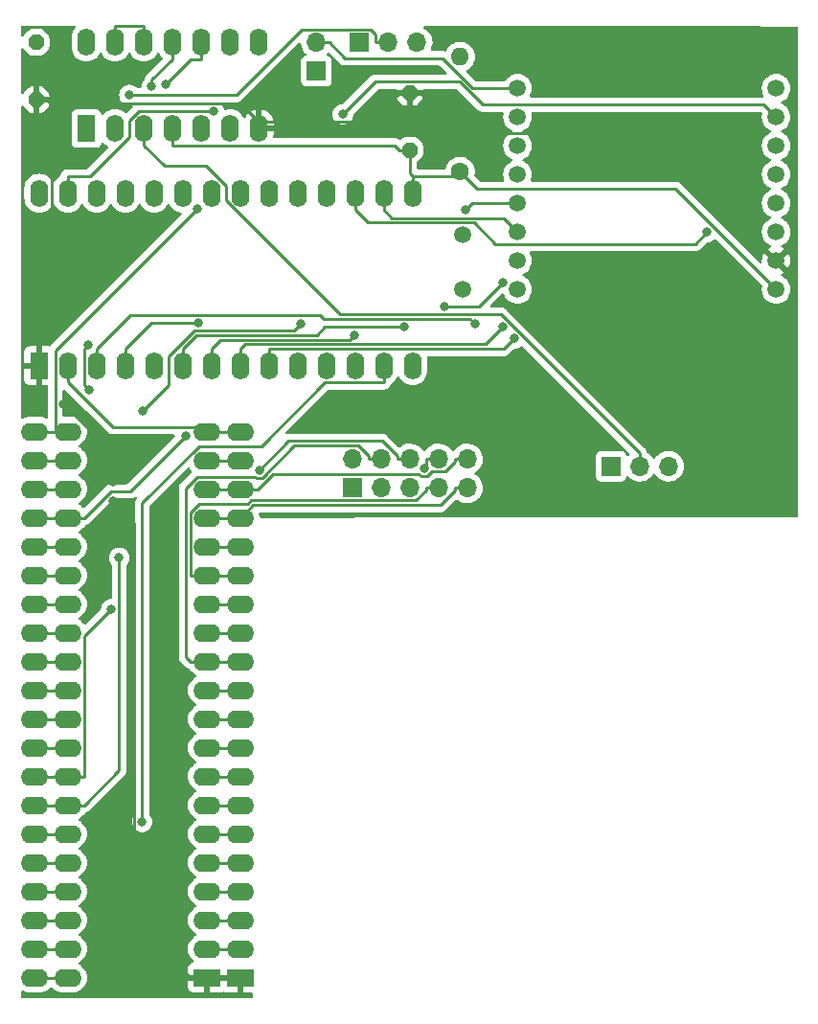
<source format=gbl>
G04 #@! TF.GenerationSoftware,KiCad,Pcbnew,(6.0.5)*
G04 #@! TF.CreationDate,2022-12-14T22:29:39+01:00*
G04 #@! TF.ProjectId,Link232-wifi,4c696e6b-3233-4322-9d77-6966692e6b69,rev?*
G04 #@! TF.SameCoordinates,Original*
G04 #@! TF.FileFunction,Copper,L2,Bot*
G04 #@! TF.FilePolarity,Positive*
%FSLAX46Y46*%
G04 Gerber Fmt 4.6, Leading zero omitted, Abs format (unit mm)*
G04 Created by KiCad (PCBNEW (6.0.5)) date 2022-12-14 22:29:39*
%MOMM*%
%LPD*%
G01*
G04 APERTURE LIST*
G04 Aperture macros list*
%AMOutline5P*
0 Free polygon, 5 corners , with rotation*
0 The origin of the aperture is its center*
0 number of corners: always 5*
0 $1 to $10 corner X, Y*
0 $11 Rotation angle, in degrees counterclockwise*
0 create outline with 5 corners*
4,1,5,$1,$2,$3,$4,$5,$6,$7,$8,$9,$10,$1,$2,$11*%
%AMOutline6P*
0 Free polygon, 6 corners , with rotation*
0 The origin of the aperture is its center*
0 number of corners: always 6*
0 $1 to $12 corner X, Y*
0 $13 Rotation angle, in degrees counterclockwise*
0 create outline with 6 corners*
4,1,6,$1,$2,$3,$4,$5,$6,$7,$8,$9,$10,$11,$12,$1,$2,$13*%
%AMOutline7P*
0 Free polygon, 7 corners , with rotation*
0 The origin of the aperture is its center*
0 number of corners: always 7*
0 $1 to $14 corner X, Y*
0 $15 Rotation angle, in degrees counterclockwise*
0 create outline with 7 corners*
4,1,7,$1,$2,$3,$4,$5,$6,$7,$8,$9,$10,$11,$12,$13,$14,$1,$2,$15*%
%AMOutline8P*
0 Free polygon, 8 corners , with rotation*
0 The origin of the aperture is its center*
0 number of corners: always 8*
0 $1 to $16 corner X, Y*
0 $17 Rotation angle, in degrees counterclockwise*
0 create outline with 8 corners*
4,1,8,$1,$2,$3,$4,$5,$6,$7,$8,$9,$10,$11,$12,$13,$14,$15,$16,$1,$2,$17*%
G04 Aperture macros list end*
G04 #@! TA.AperFunction,ComponentPad*
%ADD10R,2.400000X1.600000*%
G04 #@! TD*
G04 #@! TA.AperFunction,ComponentPad*
%ADD11O,2.400000X1.600000*%
G04 #@! TD*
G04 #@! TA.AperFunction,ComponentPad*
%ADD12R,1.700000X1.700000*%
G04 #@! TD*
G04 #@! TA.AperFunction,ComponentPad*
%ADD13O,1.700000X1.700000*%
G04 #@! TD*
G04 #@! TA.AperFunction,ComponentPad*
%ADD14R,1.600000X2.400000*%
G04 #@! TD*
G04 #@! TA.AperFunction,ComponentPad*
%ADD15O,1.600000X2.400000*%
G04 #@! TD*
G04 #@! TA.AperFunction,ComponentPad*
%ADD16C,1.508000*%
G04 #@! TD*
G04 #@! TA.AperFunction,ComponentPad*
%ADD17Outline8P,-0.660400X0.330200X-0.330200X0.660400X0.330200X0.660400X0.660400X0.330200X0.660400X-0.330200X0.330200X-0.660400X-0.330200X-0.660400X-0.660400X-0.330200X90.000000*%
G04 #@! TD*
G04 #@! TA.AperFunction,ComponentPad*
%ADD18C,1.500000*%
G04 #@! TD*
G04 #@! TA.AperFunction,ComponentPad*
%ADD19C,1.600000*%
G04 #@! TD*
G04 #@! TA.AperFunction,ComponentPad*
%ADD20O,1.600000X1.600000*%
G04 #@! TD*
G04 #@! TA.AperFunction,ComponentPad*
%ADD21Outline8P,-0.660400X0.330200X-0.330200X0.660400X0.330200X0.660400X0.660400X0.330200X0.660400X-0.330200X0.330200X-0.660400X-0.330200X-0.660400X-0.660400X-0.330200X270.000000*%
G04 #@! TD*
G04 #@! TA.AperFunction,ViaPad*
%ADD22C,0.800000*%
G04 #@! TD*
G04 #@! TA.AperFunction,Conductor*
%ADD23C,0.250000*%
G04 #@! TD*
G04 APERTURE END LIST*
D10*
X133223000Y-146177000D03*
D11*
X133223000Y-143637000D03*
X133223000Y-141097000D03*
X133223000Y-138557000D03*
X133223000Y-136017000D03*
X133223000Y-133477000D03*
X133223000Y-130937000D03*
X133223000Y-128397000D03*
X133223000Y-125857000D03*
X133223000Y-123317000D03*
X133223000Y-120777000D03*
X133223000Y-118237000D03*
X133223000Y-115697000D03*
X133223000Y-113157000D03*
X133223000Y-110617000D03*
X133223000Y-108077000D03*
X133223000Y-105537000D03*
X133223000Y-102997000D03*
X133223000Y-100457000D03*
X133223000Y-97917000D03*
X117983000Y-97917000D03*
X117983000Y-100457000D03*
X117983000Y-102997000D03*
X117983000Y-105537000D03*
X117983000Y-108077000D03*
X117983000Y-110617000D03*
X117983000Y-113157000D03*
X117983000Y-115697000D03*
X117983000Y-118237000D03*
X117983000Y-120777000D03*
X117983000Y-123317000D03*
X117983000Y-125857000D03*
X117983000Y-128397000D03*
X117983000Y-130937000D03*
X117983000Y-133477000D03*
X117983000Y-136017000D03*
X117983000Y-138557000D03*
X117983000Y-141097000D03*
X117983000Y-143637000D03*
X117983000Y-146177000D03*
D12*
X146700000Y-63500000D03*
D13*
X149240000Y-63500000D03*
X151780000Y-63500000D03*
D14*
X122550000Y-71120000D03*
D15*
X125090000Y-71120000D03*
X127630000Y-71120000D03*
X130170000Y-71120000D03*
X132710000Y-71120000D03*
X135250000Y-71120000D03*
X137790000Y-71120000D03*
X137790000Y-63500000D03*
X135250000Y-63500000D03*
X132710000Y-63500000D03*
X130170000Y-63500000D03*
X127630000Y-63500000D03*
X125090000Y-63500000D03*
X122550000Y-63500000D03*
D14*
X118364000Y-92080000D03*
D15*
X120904000Y-92080000D03*
X123444000Y-92080000D03*
X125984000Y-92080000D03*
X128524000Y-92080000D03*
X131064000Y-92080000D03*
X133604000Y-92080000D03*
X136144000Y-92080000D03*
X138684000Y-92080000D03*
X141224000Y-92080000D03*
X143764000Y-92080000D03*
X146304000Y-92080000D03*
X148844000Y-92080000D03*
X151384000Y-92080000D03*
X151384000Y-76840000D03*
X148844000Y-76840000D03*
X146304000Y-76840000D03*
X143764000Y-76840000D03*
X141224000Y-76840000D03*
X138684000Y-76840000D03*
X136144000Y-76840000D03*
X133604000Y-76840000D03*
X131064000Y-76840000D03*
X128524000Y-76840000D03*
X125984000Y-76840000D03*
X123444000Y-76840000D03*
X120904000Y-76840000D03*
X118364000Y-76840000D03*
D10*
X136144000Y-146177000D03*
D11*
X136144000Y-143637000D03*
X136144000Y-141097000D03*
X136144000Y-138557000D03*
X136144000Y-136017000D03*
X136144000Y-133477000D03*
X136144000Y-130937000D03*
X136144000Y-128397000D03*
X136144000Y-125857000D03*
X136144000Y-123317000D03*
X136144000Y-120777000D03*
X136144000Y-118237000D03*
X136144000Y-115697000D03*
X136144000Y-113157000D03*
X136144000Y-110617000D03*
X136144000Y-108077000D03*
X136144000Y-105537000D03*
X136144000Y-102997000D03*
X136144000Y-100457000D03*
X136144000Y-97917000D03*
X120904000Y-97917000D03*
X120904000Y-100457000D03*
X120904000Y-102997000D03*
X120904000Y-105537000D03*
X120904000Y-108077000D03*
X120904000Y-110617000D03*
X120904000Y-113157000D03*
X120904000Y-115697000D03*
X120904000Y-118237000D03*
X120904000Y-120777000D03*
X120904000Y-123317000D03*
X120904000Y-125857000D03*
X120904000Y-128397000D03*
X120904000Y-130937000D03*
X120904000Y-133477000D03*
X120904000Y-136017000D03*
X120904000Y-138557000D03*
X120904000Y-141097000D03*
X120904000Y-143637000D03*
X120904000Y-146177000D03*
D16*
X160655000Y-67564000D03*
X160655000Y-70104000D03*
X160655000Y-72644000D03*
X160655000Y-75184000D03*
X160655000Y-77724000D03*
X160655000Y-80264000D03*
X160655000Y-82804000D03*
X160655000Y-85344000D03*
X183515000Y-67564000D03*
X183515000Y-70104000D03*
X183515000Y-72644000D03*
X183515000Y-75184000D03*
X183515000Y-77724000D03*
X183515000Y-80264000D03*
X183515000Y-82804000D03*
X183515000Y-85344000D03*
D17*
X151130000Y-73025000D03*
X151130000Y-67945000D03*
D18*
X155829000Y-80481000D03*
X155829000Y-85361000D03*
D12*
X142875000Y-66045000D03*
D13*
X142875000Y-63505000D03*
D19*
X155575000Y-74930000D03*
D20*
X155575000Y-64770000D03*
D21*
X118110000Y-63500000D03*
X118110000Y-68580000D03*
D12*
X168925000Y-100965000D03*
D13*
X171465000Y-100965000D03*
X174005000Y-100965000D03*
D12*
X146055000Y-102875000D03*
D13*
X146055000Y-100335000D03*
X148595000Y-102875000D03*
X148595000Y-100335000D03*
X151135000Y-102875000D03*
X151135000Y-100335000D03*
X153675000Y-102875000D03*
X153675000Y-100335000D03*
X156215000Y-102875000D03*
X156215000Y-100335000D03*
D22*
X156879400Y-88422200D03*
X125446400Y-109069300D03*
X132456100Y-88283500D03*
X124862200Y-102359100D03*
X124862200Y-104054400D03*
X120529600Y-95478600D03*
X129522600Y-67199500D03*
X150598600Y-88668500D03*
X146271800Y-89367500D03*
X159324900Y-88677700D03*
X160341400Y-89686600D03*
X145226200Y-69862900D03*
X156056000Y-78299000D03*
X159377600Y-84712200D03*
X154201300Y-86831700D03*
X127480200Y-132400500D03*
X177432300Y-80264000D03*
X124752000Y-113605400D03*
X141526500Y-88374300D03*
X127488000Y-96098900D03*
X126353400Y-68162700D03*
X133804300Y-69576600D03*
X122720400Y-90232600D03*
X122806200Y-94238300D03*
X128327500Y-67400700D03*
X137829400Y-101310500D03*
X152405000Y-101188600D03*
X132334000Y-78256100D03*
X131317300Y-98277100D03*
D23*
X123444000Y-92080000D02*
X123444000Y-90602300D01*
X143148900Y-87605800D02*
X126440500Y-87605800D01*
X126440500Y-87605800D02*
X123444000Y-90602300D01*
X156421100Y-87963900D02*
X143507000Y-87963900D01*
X143507000Y-87963900D02*
X143148900Y-87605800D01*
X156879400Y-88422200D02*
X156421100Y-87963900D01*
X125984000Y-92080000D02*
X125984000Y-90602300D01*
X125984000Y-90602300D02*
X128302800Y-88283500D01*
X117983000Y-130937000D02*
X120904000Y-130937000D01*
X122381700Y-130937000D02*
X125446400Y-127872300D01*
X128302800Y-88283500D02*
X132456100Y-88283500D01*
X125446400Y-127872300D02*
X125446400Y-109069300D01*
X120904000Y-130937000D02*
X122381700Y-130937000D01*
X124862200Y-102359100D02*
X124862200Y-99811200D01*
X151130000Y-67945000D02*
X150190600Y-67945000D01*
X133223000Y-146177000D02*
X131745300Y-146177000D01*
X137790000Y-71120000D02*
X137790000Y-70520900D01*
X126802500Y-105994700D02*
X126802500Y-141234200D01*
X119368100Y-68898700D02*
X119450500Y-68898700D01*
X147595000Y-70540600D02*
X150190600Y-67945000D01*
X155676400Y-71552000D02*
X152069400Y-67945000D01*
X136144000Y-146177000D02*
X133223000Y-146177000D01*
X126802500Y-141234200D02*
X131745300Y-146177000D01*
X137809700Y-70540600D02*
X147595000Y-70540600D01*
X119049400Y-68580000D02*
X119368100Y-68898700D01*
X136167800Y-68898700D02*
X137790000Y-70520900D01*
X119450500Y-78284300D02*
X118364000Y-79370800D01*
X124862200Y-104054400D02*
X126802500Y-105994700D01*
X183515000Y-82804000D02*
X172263000Y-71552000D01*
X118364000Y-79370800D02*
X118364000Y-92080000D01*
X151130000Y-67945000D02*
X152069400Y-67945000D01*
X119450500Y-68898700D02*
X136167800Y-68898700D01*
X172263000Y-71552000D02*
X155676400Y-71552000D01*
X137790000Y-70520900D02*
X137809700Y-70540600D01*
X124862200Y-99811200D02*
X120529600Y-95478600D01*
X118110000Y-68580000D02*
X119049400Y-68580000D01*
X119450500Y-68898700D02*
X119450500Y-78284300D01*
X120904000Y-92080000D02*
X120904000Y-93557700D01*
X120904000Y-93557700D02*
X124860300Y-97514000D01*
X132710000Y-63500000D02*
X132710000Y-64977700D01*
X131744400Y-64977700D02*
X129522600Y-67199500D01*
X130170000Y-71120000D02*
X130170000Y-72597700D01*
X151130000Y-73025000D02*
X150190600Y-73025000D01*
X136144000Y-97917000D02*
X134666300Y-97917000D01*
X174625000Y-76454000D02*
X183515000Y-85344000D01*
X151130000Y-73025000D02*
X151130000Y-75108300D01*
X155575000Y-74930000D02*
X155142700Y-75362300D01*
X124860300Y-97514000D02*
X132820000Y-97514000D01*
X133223000Y-97917000D02*
X134666300Y-97917000D01*
X151130000Y-75108300D02*
X151384000Y-75362300D01*
X157099000Y-76454000D02*
X174625000Y-76454000D01*
X155142700Y-75362300D02*
X151384000Y-75362300D01*
X155575000Y-74930000D02*
X157099000Y-76454000D01*
X132710000Y-64977700D02*
X131744400Y-64977700D01*
X132820000Y-97514000D02*
X133223000Y-97917000D01*
X151384000Y-76840000D02*
X151384000Y-75362300D01*
X130170000Y-72597700D02*
X149763300Y-72597700D01*
X149763300Y-72597700D02*
X150190600Y-73025000D01*
X132272000Y-89394300D02*
X132272000Y-89394200D01*
X131064000Y-90602300D02*
X132272000Y-89394300D01*
X142897300Y-89394200D02*
X143623000Y-88668500D01*
X131064000Y-92080000D02*
X131064000Y-90602300D01*
X143623000Y-88668500D02*
X150598600Y-88668500D01*
X132272000Y-89394200D02*
X142897300Y-89394200D01*
X145842400Y-89796900D02*
X134409400Y-89796900D01*
X133604000Y-92080000D02*
X133604000Y-90602300D01*
X134409400Y-89796900D02*
X133604000Y-90602300D01*
X146271800Y-89367500D02*
X145842400Y-89796900D01*
X157803000Y-90199600D02*
X159324900Y-88677700D01*
X136546700Y-90199600D02*
X157803000Y-90199600D01*
X136144000Y-90602300D02*
X136546700Y-90199600D01*
X136144000Y-92080000D02*
X136144000Y-90602300D01*
X159425700Y-90602300D02*
X160341400Y-89686600D01*
X138684000Y-90602300D02*
X159425700Y-90602300D01*
X138684000Y-92080000D02*
X138684000Y-90602300D01*
X182422600Y-69011600D02*
X157566600Y-69011600D01*
X148096300Y-66992800D02*
X145226200Y-69862900D01*
X157566600Y-69011600D02*
X155547800Y-66992800D01*
X155547800Y-66992800D02*
X148096300Y-66992800D01*
X183515000Y-70104000D02*
X182422600Y-69011600D01*
X156631000Y-77724000D02*
X156056000Y-78299000D01*
X160655000Y-77724000D02*
X156631000Y-77724000D01*
X157258100Y-86831700D02*
X154201300Y-86831700D01*
X159377600Y-84712200D02*
X157258100Y-86831700D01*
X132553400Y-99187000D02*
X138021200Y-99187000D01*
X138021200Y-99187000D02*
X143650500Y-93557700D01*
X127480200Y-132400500D02*
X127480200Y-104260200D01*
X127480200Y-104260200D02*
X132553400Y-99187000D01*
X143650500Y-93557700D02*
X148844000Y-93557700D01*
X148844000Y-92080000D02*
X148844000Y-93557700D01*
X117983000Y-141097000D02*
X120904000Y-141097000D01*
X120904000Y-138557000D02*
X117983000Y-138557000D01*
X159426600Y-79035600D02*
X149561900Y-79035600D01*
X160655000Y-80264000D02*
X159426600Y-79035600D01*
X149561900Y-79035600D02*
X148844000Y-78317700D01*
X148844000Y-76840000D02*
X148844000Y-78317700D01*
X147424700Y-79438400D02*
X156791600Y-79438400D01*
X158685300Y-81332100D02*
X176364200Y-81332100D01*
X176364200Y-81332100D02*
X177432300Y-80264000D01*
X156791600Y-79438400D02*
X158685300Y-81332100D01*
X146304000Y-76840000D02*
X146304000Y-78317700D01*
X146304000Y-78317700D02*
X147424700Y-79438400D01*
X132085800Y-88961300D02*
X129794000Y-91253100D01*
X141526500Y-88374300D02*
X140939500Y-88961300D01*
X129794000Y-91253100D02*
X129794000Y-93792900D01*
X117983000Y-128397000D02*
X120904000Y-128397000D01*
X129794000Y-93792900D02*
X127488000Y-96098900D01*
X140939500Y-88961300D02*
X132085800Y-88961300D01*
X120904000Y-128397000D02*
X122381700Y-128397000D01*
X122381700Y-128397000D02*
X122381700Y-115975700D01*
X122381700Y-115975700D02*
X124752000Y-113605400D01*
X120904000Y-125857000D02*
X117983000Y-125857000D01*
X120904000Y-123317000D02*
X117983000Y-123317000D01*
X120904000Y-120777000D02*
X117983000Y-120777000D01*
X120904000Y-118237000D02*
X117983000Y-118237000D01*
X120904000Y-115697000D02*
X117983000Y-115697000D01*
X120904000Y-113157000D02*
X117983000Y-113157000D01*
X120904000Y-110617000D02*
X117983000Y-110617000D01*
X135812500Y-68162700D02*
X126353400Y-68162700D01*
X149240000Y-63500000D02*
X148112300Y-63500000D01*
X148112300Y-63500000D02*
X148112300Y-62785100D01*
X147699400Y-62372200D02*
X141603000Y-62372200D01*
X148112300Y-62785100D02*
X147699400Y-62372200D01*
X141603000Y-62372200D02*
X135812500Y-68162700D01*
X126360000Y-71847900D02*
X126360000Y-70426200D01*
X120904000Y-75362300D02*
X122845600Y-75362300D01*
X122845600Y-75362300D02*
X126360000Y-71847900D01*
X127209600Y-69576600D02*
X133804300Y-69576600D01*
X126360000Y-70426200D02*
X127209600Y-69576600D01*
X120904000Y-76840000D02*
X120904000Y-75362300D01*
X120904000Y-100457000D02*
X117983000Y-100457000D01*
X122720400Y-90232600D02*
X122362300Y-90590700D01*
X122362300Y-90590700D02*
X122362300Y-93794400D01*
X122362300Y-93794400D02*
X122806200Y-94238300D01*
X117983000Y-108077000D02*
X120904000Y-108077000D01*
X128327500Y-67400700D02*
X128327500Y-66820200D01*
X128327500Y-66820200D02*
X130170000Y-64977700D01*
X130170000Y-63500000D02*
X130170000Y-64977700D01*
X171465000Y-99837300D02*
X159188800Y-87561100D01*
X171465000Y-100965000D02*
X171465000Y-99837300D01*
X134874000Y-76167000D02*
X133145000Y-74438000D01*
X129470300Y-74438000D02*
X127630000Y-72597700D01*
X133145000Y-74438000D02*
X129470300Y-74438000D01*
X159188800Y-87561100D02*
X144930700Y-87561100D01*
X144930700Y-87561100D02*
X134874000Y-77504400D01*
X127630000Y-71120000D02*
X127630000Y-72597700D01*
X134874000Y-77504400D02*
X134874000Y-76167000D01*
X125090000Y-63500000D02*
X125090000Y-62022300D01*
X125090000Y-62022300D02*
X127630000Y-62022300D01*
X127630000Y-63500000D02*
X127630000Y-62022300D01*
X136144000Y-143637000D02*
X133223000Y-143637000D01*
X136144000Y-141097000D02*
X133223000Y-141097000D01*
X136144000Y-138557000D02*
X133223000Y-138557000D01*
X136144000Y-136017000D02*
X133223000Y-136017000D01*
X136144000Y-133477000D02*
X133223000Y-133477000D01*
X136144000Y-130937000D02*
X133223000Y-130937000D01*
X136144000Y-128397000D02*
X133223000Y-128397000D01*
X136144000Y-125857000D02*
X133223000Y-125857000D01*
X136144000Y-123317000D02*
X133223000Y-123317000D01*
X136144000Y-120777000D02*
X133223000Y-120777000D01*
X146589400Y-99175200D02*
X147467300Y-100053100D01*
X131745300Y-118237000D02*
X131339700Y-117831400D01*
X137548700Y-101988200D02*
X138110100Y-101988200D01*
X138110100Y-101988200D02*
X140923100Y-99175200D01*
X133223000Y-118237000D02*
X131745300Y-118237000D01*
X148595000Y-100335000D02*
X147467300Y-100335000D01*
X137478200Y-101917700D02*
X137548700Y-101988200D01*
X136144000Y-118237000D02*
X133223000Y-118237000D01*
X132334800Y-101917700D02*
X137478200Y-101917700D01*
X131339700Y-102912800D02*
X132334800Y-101917700D01*
X140923100Y-99175200D02*
X146589400Y-99175200D01*
X131339700Y-117831400D02*
X131339700Y-102912800D01*
X147467300Y-100053100D02*
X147467300Y-100335000D01*
X136144000Y-115697000D02*
X133223000Y-115697000D01*
X136144000Y-113157000D02*
X133223000Y-113157000D01*
X140394700Y-98745200D02*
X137829400Y-101310500D01*
X150007300Y-100053100D02*
X148699400Y-98745200D01*
X148699400Y-98745200D02*
X140394700Y-98745200D01*
X151135000Y-100335000D02*
X150007300Y-100335000D01*
X150007300Y-100335000D02*
X150007300Y-100053100D01*
X151648600Y-104002700D02*
X137108600Y-104002700D01*
X152547300Y-102875000D02*
X152547300Y-103104000D01*
X132548800Y-104267000D02*
X131745300Y-105070500D01*
X136844300Y-104267000D02*
X132548800Y-104267000D01*
X152547300Y-103104000D02*
X151648600Y-104002700D01*
X137108600Y-104002700D02*
X136844300Y-104267000D01*
X136144000Y-110617000D02*
X133223000Y-110617000D01*
X153675000Y-102875000D02*
X152547300Y-102875000D01*
X133223000Y-110617000D02*
X131745300Y-110617000D01*
X131745300Y-105070500D02*
X131745300Y-110617000D01*
X152547300Y-101046300D02*
X152405000Y-101188600D01*
X152547300Y-100335000D02*
X152547300Y-101046300D01*
X136144000Y-108077000D02*
X133223000Y-108077000D01*
X153675000Y-100335000D02*
X152547300Y-100335000D01*
X156215000Y-102875000D02*
X155087300Y-102875000D01*
X136144000Y-105537000D02*
X134700700Y-105537000D01*
X155087300Y-103156900D02*
X153838700Y-104405500D01*
X133223000Y-105537000D02*
X134700700Y-105537000D01*
X153838700Y-104405500D02*
X137275500Y-104405500D01*
X137275500Y-104405500D02*
X136144000Y-105537000D01*
X155087300Y-102875000D02*
X155087300Y-103156900D01*
X136144000Y-102997000D02*
X133223000Y-102997000D01*
X152124300Y-101866300D02*
X152685700Y-101866300D01*
X137670900Y-102997000D02*
X139000100Y-101667800D01*
X151925800Y-101667800D02*
X152124300Y-101866300D01*
X152685700Y-101866300D02*
X153089300Y-101462700D01*
X156215000Y-100335000D02*
X155087300Y-100335000D01*
X137621700Y-102997000D02*
X137670900Y-102997000D01*
X139000100Y-101667800D02*
X151925800Y-101667800D01*
X153089300Y-101462700D02*
X154241600Y-101462700D01*
X154241600Y-101462700D02*
X155087300Y-100617000D01*
X136144000Y-102997000D02*
X137621700Y-102997000D01*
X155087300Y-100617000D02*
X155087300Y-100335000D01*
X136144000Y-100457000D02*
X133223000Y-100457000D01*
X119819800Y-97917000D02*
X119819800Y-90770300D01*
X120904000Y-97917000D02*
X119819800Y-97917000D01*
X119819800Y-97917000D02*
X119460700Y-97917000D01*
X117983000Y-97917000D02*
X119460700Y-97917000D01*
X119819800Y-90770300D02*
X132334000Y-78256100D01*
X120904000Y-102997000D02*
X117983000Y-102997000D01*
X120904000Y-105537000D02*
X117983000Y-105537000D01*
X122381700Y-105537000D02*
X124717000Y-103201700D01*
X126392700Y-103201700D02*
X131317300Y-98277100D01*
X120904000Y-105537000D02*
X122381700Y-105537000D01*
X124717000Y-103201700D02*
X126392700Y-103201700D01*
X120904000Y-133477000D02*
X117983000Y-133477000D01*
X120904000Y-136017000D02*
X117983000Y-136017000D01*
X120904000Y-143637000D02*
X117983000Y-143637000D01*
X120904000Y-146177000D02*
X117983000Y-146177000D01*
X145414900Y-64917200D02*
X144002700Y-63505000D01*
X154041900Y-64917200D02*
X145414900Y-64917200D01*
X160655000Y-67564000D02*
X156688700Y-67564000D01*
X156688700Y-67564000D02*
X154041900Y-64917200D01*
X142875000Y-63505000D02*
X144002700Y-63505000D01*
G04 #@! TA.AperFunction,Conductor*
G36*
X131645327Y-101095143D02*
G01*
X131704508Y-101140928D01*
X131816802Y-101301300D01*
X131846953Y-101331451D01*
X131880979Y-101393763D01*
X131875914Y-101464578D01*
X131846953Y-101509641D01*
X130947442Y-102409152D01*
X130939162Y-102416687D01*
X130932682Y-102420800D01*
X130913976Y-102440720D01*
X130886057Y-102470451D01*
X130883302Y-102473293D01*
X130863565Y-102493030D01*
X130861085Y-102496227D01*
X130853382Y-102505247D01*
X130823114Y-102537479D01*
X130819295Y-102544425D01*
X130819293Y-102544428D01*
X130813352Y-102555234D01*
X130802501Y-102571753D01*
X130790086Y-102587759D01*
X130786941Y-102595028D01*
X130786938Y-102595032D01*
X130772526Y-102628337D01*
X130767309Y-102638987D01*
X130746005Y-102677740D01*
X130744034Y-102685415D01*
X130744034Y-102685416D01*
X130740967Y-102697362D01*
X130734563Y-102716066D01*
X130726519Y-102734655D01*
X130725280Y-102742478D01*
X130725277Y-102742488D01*
X130719601Y-102778324D01*
X130717195Y-102789944D01*
X130706200Y-102832770D01*
X130706200Y-102853024D01*
X130704649Y-102872734D01*
X130701480Y-102892743D01*
X130702226Y-102900635D01*
X130705641Y-102936761D01*
X130706200Y-102948619D01*
X130706200Y-117752633D01*
X130705673Y-117763816D01*
X130703998Y-117771309D01*
X130704247Y-117779235D01*
X130704247Y-117779236D01*
X130706138Y-117839386D01*
X130706200Y-117843345D01*
X130706200Y-117871256D01*
X130706697Y-117875190D01*
X130706697Y-117875191D01*
X130706705Y-117875256D01*
X130707638Y-117887093D01*
X130709027Y-117931289D01*
X130714678Y-117950739D01*
X130718687Y-117970100D01*
X130721226Y-117990197D01*
X130724145Y-117997568D01*
X130724145Y-117997570D01*
X130737504Y-118031312D01*
X130741349Y-118042542D01*
X130753682Y-118084993D01*
X130757715Y-118091812D01*
X130757717Y-118091817D01*
X130763993Y-118102428D01*
X130772688Y-118120176D01*
X130780148Y-118139017D01*
X130784810Y-118145433D01*
X130784810Y-118145434D01*
X130806136Y-118174787D01*
X130812652Y-118184707D01*
X130835158Y-118222762D01*
X130840764Y-118228369D01*
X130849480Y-118237085D01*
X130862320Y-118252118D01*
X130874228Y-118268507D01*
X130880335Y-118273559D01*
X130908293Y-118296688D01*
X130917074Y-118304678D01*
X131241653Y-118629258D01*
X131249187Y-118637537D01*
X131253300Y-118644018D01*
X131302952Y-118690644D01*
X131305794Y-118693399D01*
X131325530Y-118713135D01*
X131328727Y-118715615D01*
X131337747Y-118723318D01*
X131369979Y-118753586D01*
X131376925Y-118757405D01*
X131376928Y-118757407D01*
X131387734Y-118763348D01*
X131404253Y-118774199D01*
X131420259Y-118786614D01*
X131427528Y-118789759D01*
X131427532Y-118789762D01*
X131460837Y-118804174D01*
X131471487Y-118809391D01*
X131510240Y-118830695D01*
X131517915Y-118832666D01*
X131517916Y-118832666D01*
X131529862Y-118835733D01*
X131548567Y-118842137D01*
X131567155Y-118850181D01*
X131574978Y-118851420D01*
X131574988Y-118851423D01*
X131610824Y-118857099D01*
X131622449Y-118859506D01*
X131624918Y-118860140D01*
X131685923Y-118896457D01*
X131696793Y-118909910D01*
X131816802Y-119081300D01*
X131978700Y-119243198D01*
X131983208Y-119246355D01*
X131983211Y-119246357D01*
X131999599Y-119257832D01*
X132166251Y-119374523D01*
X132171233Y-119376846D01*
X132171238Y-119376849D01*
X132205457Y-119392805D01*
X132258742Y-119439722D01*
X132278203Y-119507999D01*
X132257661Y-119575959D01*
X132205457Y-119621195D01*
X132171238Y-119637151D01*
X132171233Y-119637154D01*
X132166251Y-119639477D01*
X132124401Y-119668781D01*
X131983211Y-119767643D01*
X131983208Y-119767645D01*
X131978700Y-119770802D01*
X131816802Y-119932700D01*
X131685477Y-120120251D01*
X131683154Y-120125233D01*
X131683151Y-120125238D01*
X131591039Y-120322775D01*
X131588716Y-120327757D01*
X131529457Y-120548913D01*
X131509502Y-120777000D01*
X131529457Y-121005087D01*
X131588716Y-121226243D01*
X131591039Y-121231224D01*
X131591039Y-121231225D01*
X131683151Y-121428762D01*
X131683154Y-121428767D01*
X131685477Y-121433749D01*
X131816802Y-121621300D01*
X131978700Y-121783198D01*
X131983208Y-121786355D01*
X131983211Y-121786357D01*
X131999599Y-121797832D01*
X132166251Y-121914523D01*
X132171233Y-121916846D01*
X132171238Y-121916849D01*
X132205457Y-121932805D01*
X132258742Y-121979722D01*
X132278203Y-122047999D01*
X132257661Y-122115959D01*
X132205457Y-122161195D01*
X132171238Y-122177151D01*
X132171233Y-122177154D01*
X132166251Y-122179477D01*
X132124401Y-122208781D01*
X131983211Y-122307643D01*
X131983208Y-122307645D01*
X131978700Y-122310802D01*
X131816802Y-122472700D01*
X131685477Y-122660251D01*
X131683154Y-122665233D01*
X131683151Y-122665238D01*
X131591039Y-122862775D01*
X131588716Y-122867757D01*
X131529457Y-123088913D01*
X131509502Y-123317000D01*
X131529457Y-123545087D01*
X131588716Y-123766243D01*
X131591039Y-123771224D01*
X131591039Y-123771225D01*
X131683151Y-123968762D01*
X131683154Y-123968767D01*
X131685477Y-123973749D01*
X131816802Y-124161300D01*
X131978700Y-124323198D01*
X131983208Y-124326355D01*
X131983211Y-124326357D01*
X131999599Y-124337832D01*
X132166251Y-124454523D01*
X132171233Y-124456846D01*
X132171238Y-124456849D01*
X132205457Y-124472805D01*
X132258742Y-124519722D01*
X132278203Y-124587999D01*
X132257661Y-124655959D01*
X132205457Y-124701195D01*
X132171238Y-124717151D01*
X132171233Y-124717154D01*
X132166251Y-124719477D01*
X132124401Y-124748781D01*
X131983211Y-124847643D01*
X131983208Y-124847645D01*
X131978700Y-124850802D01*
X131816802Y-125012700D01*
X131685477Y-125200251D01*
X131683154Y-125205233D01*
X131683151Y-125205238D01*
X131591039Y-125402775D01*
X131588716Y-125407757D01*
X131529457Y-125628913D01*
X131509502Y-125857000D01*
X131529457Y-126085087D01*
X131588716Y-126306243D01*
X131591039Y-126311224D01*
X131591039Y-126311225D01*
X131683151Y-126508762D01*
X131683154Y-126508767D01*
X131685477Y-126513749D01*
X131816802Y-126701300D01*
X131978700Y-126863198D01*
X131983208Y-126866355D01*
X131983211Y-126866357D01*
X131999599Y-126877832D01*
X132166251Y-126994523D01*
X132171233Y-126996846D01*
X132171238Y-126996849D01*
X132205457Y-127012805D01*
X132258742Y-127059722D01*
X132278203Y-127127999D01*
X132257661Y-127195959D01*
X132205457Y-127241195D01*
X132171238Y-127257151D01*
X132171233Y-127257154D01*
X132166251Y-127259477D01*
X132124401Y-127288781D01*
X131983211Y-127387643D01*
X131983208Y-127387645D01*
X131978700Y-127390802D01*
X131816802Y-127552700D01*
X131813645Y-127557208D01*
X131813643Y-127557211D01*
X131765598Y-127625826D01*
X131685477Y-127740251D01*
X131683154Y-127745233D01*
X131683151Y-127745238D01*
X131605219Y-127912365D01*
X131588716Y-127947757D01*
X131587294Y-127953065D01*
X131587293Y-127953067D01*
X131545950Y-128107360D01*
X131529457Y-128168913D01*
X131509502Y-128397000D01*
X131529457Y-128625087D01*
X131530881Y-128630400D01*
X131530881Y-128630402D01*
X131570458Y-128778102D01*
X131588716Y-128846243D01*
X131591039Y-128851224D01*
X131591039Y-128851225D01*
X131683151Y-129048762D01*
X131683154Y-129048767D01*
X131685477Y-129053749D01*
X131816802Y-129241300D01*
X131978700Y-129403198D01*
X131983208Y-129406355D01*
X131983211Y-129406357D01*
X131999599Y-129417832D01*
X132166251Y-129534523D01*
X132171233Y-129536846D01*
X132171238Y-129536849D01*
X132205457Y-129552805D01*
X132258742Y-129599722D01*
X132278203Y-129667999D01*
X132257661Y-129735959D01*
X132205457Y-129781195D01*
X132171238Y-129797151D01*
X132171233Y-129797154D01*
X132166251Y-129799477D01*
X132124401Y-129828781D01*
X131983211Y-129927643D01*
X131983208Y-129927645D01*
X131978700Y-129930802D01*
X131816802Y-130092700D01*
X131685477Y-130280251D01*
X131683154Y-130285233D01*
X131683151Y-130285238D01*
X131591039Y-130482775D01*
X131588716Y-130487757D01*
X131529457Y-130708913D01*
X131509502Y-130937000D01*
X131529457Y-131165087D01*
X131530881Y-131170400D01*
X131530881Y-131170402D01*
X131583934Y-131368395D01*
X131588716Y-131386243D01*
X131591039Y-131391224D01*
X131591039Y-131391225D01*
X131683151Y-131588762D01*
X131683154Y-131588767D01*
X131685477Y-131593749D01*
X131688634Y-131598257D01*
X131806157Y-131766097D01*
X131816802Y-131781300D01*
X131978700Y-131943198D01*
X131983208Y-131946355D01*
X131983211Y-131946357D01*
X131999599Y-131957832D01*
X132166251Y-132074523D01*
X132171233Y-132076846D01*
X132171238Y-132076849D01*
X132205457Y-132092805D01*
X132258742Y-132139722D01*
X132278203Y-132207999D01*
X132257661Y-132275959D01*
X132205457Y-132321195D01*
X132171238Y-132337151D01*
X132171233Y-132337154D01*
X132166251Y-132339477D01*
X132124401Y-132368781D01*
X131983211Y-132467643D01*
X131983208Y-132467645D01*
X131978700Y-132470802D01*
X131816802Y-132632700D01*
X131685477Y-132820251D01*
X131683154Y-132825233D01*
X131683151Y-132825238D01*
X131591039Y-133022775D01*
X131588716Y-133027757D01*
X131529457Y-133248913D01*
X131509502Y-133477000D01*
X131529457Y-133705087D01*
X131588716Y-133926243D01*
X131591039Y-133931224D01*
X131591039Y-133931225D01*
X131683151Y-134128762D01*
X131683154Y-134128767D01*
X131685477Y-134133749D01*
X131816802Y-134321300D01*
X131978700Y-134483198D01*
X131983208Y-134486355D01*
X131983211Y-134486357D01*
X131999599Y-134497832D01*
X132166251Y-134614523D01*
X132171233Y-134616846D01*
X132171238Y-134616849D01*
X132205457Y-134632805D01*
X132258742Y-134679722D01*
X132278203Y-134747999D01*
X132257661Y-134815959D01*
X132205457Y-134861195D01*
X132171238Y-134877151D01*
X132171233Y-134877154D01*
X132166251Y-134879477D01*
X132124401Y-134908781D01*
X131983211Y-135007643D01*
X131983208Y-135007645D01*
X131978700Y-135010802D01*
X131816802Y-135172700D01*
X131685477Y-135360251D01*
X131683154Y-135365233D01*
X131683151Y-135365238D01*
X131591039Y-135562775D01*
X131588716Y-135567757D01*
X131529457Y-135788913D01*
X131509502Y-136017000D01*
X131529457Y-136245087D01*
X131588716Y-136466243D01*
X131591039Y-136471224D01*
X131591039Y-136471225D01*
X131683151Y-136668762D01*
X131683154Y-136668767D01*
X131685477Y-136673749D01*
X131816802Y-136861300D01*
X131978700Y-137023198D01*
X131983208Y-137026355D01*
X131983211Y-137026357D01*
X131999599Y-137037832D01*
X132166251Y-137154523D01*
X132171233Y-137156846D01*
X132171238Y-137156849D01*
X132205457Y-137172805D01*
X132258742Y-137219722D01*
X132278203Y-137287999D01*
X132257661Y-137355959D01*
X132205457Y-137401195D01*
X132171238Y-137417151D01*
X132171233Y-137417154D01*
X132166251Y-137419477D01*
X132124401Y-137448781D01*
X131983211Y-137547643D01*
X131983208Y-137547645D01*
X131978700Y-137550802D01*
X131816802Y-137712700D01*
X131685477Y-137900251D01*
X131683154Y-137905233D01*
X131683151Y-137905238D01*
X131591039Y-138102775D01*
X131588716Y-138107757D01*
X131529457Y-138328913D01*
X131509502Y-138557000D01*
X131529457Y-138785087D01*
X131588716Y-139006243D01*
X131591039Y-139011224D01*
X131591039Y-139011225D01*
X131683151Y-139208762D01*
X131683154Y-139208767D01*
X131685477Y-139213749D01*
X131816802Y-139401300D01*
X131978700Y-139563198D01*
X131983208Y-139566355D01*
X131983211Y-139566357D01*
X131999599Y-139577832D01*
X132166251Y-139694523D01*
X132171233Y-139696846D01*
X132171238Y-139696849D01*
X132205457Y-139712805D01*
X132258742Y-139759722D01*
X132278203Y-139827999D01*
X132257661Y-139895959D01*
X132205457Y-139941195D01*
X132171238Y-139957151D01*
X132171233Y-139957154D01*
X132166251Y-139959477D01*
X132124401Y-139988781D01*
X131983211Y-140087643D01*
X131983208Y-140087645D01*
X131978700Y-140090802D01*
X131816802Y-140252700D01*
X131685477Y-140440251D01*
X131683154Y-140445233D01*
X131683151Y-140445238D01*
X131591039Y-140642775D01*
X131588716Y-140647757D01*
X131529457Y-140868913D01*
X131509502Y-141097000D01*
X131529457Y-141325087D01*
X131588716Y-141546243D01*
X131591039Y-141551224D01*
X131591039Y-141551225D01*
X131683151Y-141748762D01*
X131683154Y-141748767D01*
X131685477Y-141753749D01*
X131816802Y-141941300D01*
X131978700Y-142103198D01*
X131983208Y-142106355D01*
X131983211Y-142106357D01*
X131999599Y-142117832D01*
X132166251Y-142234523D01*
X132171233Y-142236846D01*
X132171238Y-142236849D01*
X132205457Y-142252805D01*
X132258742Y-142299722D01*
X132278203Y-142367999D01*
X132257661Y-142435959D01*
X132205457Y-142481195D01*
X132171238Y-142497151D01*
X132171233Y-142497154D01*
X132166251Y-142499477D01*
X132124401Y-142528781D01*
X131983211Y-142627643D01*
X131983208Y-142627645D01*
X131978700Y-142630802D01*
X131816802Y-142792700D01*
X131685477Y-142980251D01*
X131683154Y-142985233D01*
X131683151Y-142985238D01*
X131591039Y-143182775D01*
X131588716Y-143187757D01*
X131529457Y-143408913D01*
X131509502Y-143637000D01*
X131529457Y-143865087D01*
X131588716Y-144086243D01*
X131591039Y-144091224D01*
X131591039Y-144091225D01*
X131683151Y-144288762D01*
X131683154Y-144288767D01*
X131685477Y-144293749D01*
X131816802Y-144481300D01*
X131978700Y-144643198D01*
X131983211Y-144646357D01*
X131987424Y-144649892D01*
X131986612Y-144650860D01*
X132027090Y-144701494D01*
X132034404Y-144772113D01*
X132002376Y-144835476D01*
X131941177Y-144871464D01*
X131924099Y-144874520D01*
X131920648Y-144874895D01*
X131905396Y-144878521D01*
X131784946Y-144923676D01*
X131769351Y-144932214D01*
X131667276Y-145008715D01*
X131654715Y-145021276D01*
X131578214Y-145123351D01*
X131569676Y-145138946D01*
X131524522Y-145259394D01*
X131520895Y-145274649D01*
X131515369Y-145325514D01*
X131515000Y-145332328D01*
X131515000Y-145904885D01*
X131519475Y-145920124D01*
X131520865Y-145921329D01*
X131528548Y-145923000D01*
X136272000Y-145923000D01*
X136340121Y-145943002D01*
X136386614Y-145996658D01*
X136398000Y-146049000D01*
X136398000Y-147466884D01*
X136402475Y-147482123D01*
X136403865Y-147483328D01*
X136411548Y-147484999D01*
X137116600Y-147484999D01*
X137184721Y-147505001D01*
X137231214Y-147558657D01*
X137242600Y-147610999D01*
X137242600Y-147869100D01*
X137222598Y-147937221D01*
X137168942Y-147983714D01*
X137116600Y-147995100D01*
X116885600Y-147995100D01*
X116817479Y-147975098D01*
X116770986Y-147921442D01*
X116759600Y-147869100D01*
X116759600Y-147434593D01*
X116779602Y-147366472D01*
X116833258Y-147319979D01*
X116903532Y-147309875D01*
X116938850Y-147320398D01*
X117133757Y-147411284D01*
X117139065Y-147412706D01*
X117139067Y-147412707D01*
X117349598Y-147469119D01*
X117349600Y-147469119D01*
X117354913Y-147470543D01*
X117452778Y-147479105D01*
X117523149Y-147485262D01*
X117523156Y-147485262D01*
X117525873Y-147485500D01*
X118440127Y-147485500D01*
X118442844Y-147485262D01*
X118442851Y-147485262D01*
X118513222Y-147479105D01*
X118611087Y-147470543D01*
X118616400Y-147469119D01*
X118616402Y-147469119D01*
X118826933Y-147412707D01*
X118826935Y-147412706D01*
X118832243Y-147411284D01*
X118837225Y-147408961D01*
X119034762Y-147316849D01*
X119034767Y-147316846D01*
X119039749Y-147314523D01*
X119206401Y-147197832D01*
X119222789Y-147186357D01*
X119222792Y-147186355D01*
X119227300Y-147183198D01*
X119354405Y-147056093D01*
X119416717Y-147022067D01*
X119487532Y-147027132D01*
X119532595Y-147056093D01*
X119659700Y-147183198D01*
X119664208Y-147186355D01*
X119664211Y-147186357D01*
X119680599Y-147197832D01*
X119847251Y-147314523D01*
X119852233Y-147316846D01*
X119852238Y-147316849D01*
X120049775Y-147408961D01*
X120054757Y-147411284D01*
X120060065Y-147412706D01*
X120060067Y-147412707D01*
X120270598Y-147469119D01*
X120270600Y-147469119D01*
X120275913Y-147470543D01*
X120373778Y-147479105D01*
X120444149Y-147485262D01*
X120444156Y-147485262D01*
X120446873Y-147485500D01*
X121361127Y-147485500D01*
X121363844Y-147485262D01*
X121363851Y-147485262D01*
X121434222Y-147479105D01*
X121532087Y-147470543D01*
X121537400Y-147469119D01*
X121537402Y-147469119D01*
X121747933Y-147412707D01*
X121747935Y-147412706D01*
X121753243Y-147411284D01*
X121758225Y-147408961D01*
X121955762Y-147316849D01*
X121955767Y-147316846D01*
X121960749Y-147314523D01*
X122127401Y-147197832D01*
X122143789Y-147186357D01*
X122143792Y-147186355D01*
X122148300Y-147183198D01*
X122309829Y-147021669D01*
X131515001Y-147021669D01*
X131515371Y-147028490D01*
X131520895Y-147079352D01*
X131524521Y-147094604D01*
X131569676Y-147215054D01*
X131578214Y-147230649D01*
X131654715Y-147332724D01*
X131667276Y-147345285D01*
X131769351Y-147421786D01*
X131784946Y-147430324D01*
X131905394Y-147475478D01*
X131920649Y-147479105D01*
X131971514Y-147484631D01*
X131978328Y-147485000D01*
X132950885Y-147485000D01*
X132966124Y-147480525D01*
X132967329Y-147479135D01*
X132969000Y-147471452D01*
X132969000Y-147466884D01*
X133477000Y-147466884D01*
X133481475Y-147482123D01*
X133482865Y-147483328D01*
X133490548Y-147484999D01*
X134467669Y-147484999D01*
X134474490Y-147484629D01*
X134525352Y-147479105D01*
X134540607Y-147475478D01*
X134639271Y-147438491D01*
X134710078Y-147433308D01*
X134727729Y-147438491D01*
X134826391Y-147475478D01*
X134841649Y-147479105D01*
X134892514Y-147484631D01*
X134899328Y-147485000D01*
X135871885Y-147485000D01*
X135887124Y-147480525D01*
X135888329Y-147479135D01*
X135890000Y-147471452D01*
X135890000Y-146449115D01*
X135885525Y-146433876D01*
X135884135Y-146432671D01*
X135876452Y-146431000D01*
X133495115Y-146431000D01*
X133479876Y-146435475D01*
X133478671Y-146436865D01*
X133477000Y-146444548D01*
X133477000Y-147466884D01*
X132969000Y-147466884D01*
X132969000Y-146449115D01*
X132964525Y-146433876D01*
X132963135Y-146432671D01*
X132955452Y-146431000D01*
X131533116Y-146431000D01*
X131517877Y-146435475D01*
X131516672Y-146436865D01*
X131515001Y-146444548D01*
X131515001Y-147021669D01*
X122309829Y-147021669D01*
X122310198Y-147021300D01*
X122441523Y-146833749D01*
X122443846Y-146828767D01*
X122443849Y-146828762D01*
X122535961Y-146631225D01*
X122535961Y-146631224D01*
X122538284Y-146626243D01*
X122586970Y-146444548D01*
X122596119Y-146410402D01*
X122596119Y-146410400D01*
X122597543Y-146405087D01*
X122617498Y-146177000D01*
X122597543Y-145948913D01*
X122538284Y-145727757D01*
X122535961Y-145722775D01*
X122443849Y-145525238D01*
X122443846Y-145525233D01*
X122441523Y-145520251D01*
X122310198Y-145332700D01*
X122148300Y-145170802D01*
X122143792Y-145167645D01*
X122143789Y-145167643D01*
X122065611Y-145112902D01*
X121960749Y-145039477D01*
X121955767Y-145037154D01*
X121955762Y-145037151D01*
X121921543Y-145021195D01*
X121868258Y-144974278D01*
X121848797Y-144906001D01*
X121869339Y-144838041D01*
X121921543Y-144792805D01*
X121955762Y-144776849D01*
X121955767Y-144776846D01*
X121960749Y-144774523D01*
X122138740Y-144649892D01*
X122143789Y-144646357D01*
X122143792Y-144646355D01*
X122148300Y-144643198D01*
X122310198Y-144481300D01*
X122441523Y-144293749D01*
X122443846Y-144288767D01*
X122443849Y-144288762D01*
X122535961Y-144091225D01*
X122535961Y-144091224D01*
X122538284Y-144086243D01*
X122597543Y-143865087D01*
X122617498Y-143637000D01*
X122597543Y-143408913D01*
X122538284Y-143187757D01*
X122535961Y-143182775D01*
X122443849Y-142985238D01*
X122443846Y-142985233D01*
X122441523Y-142980251D01*
X122310198Y-142792700D01*
X122148300Y-142630802D01*
X122143792Y-142627645D01*
X122143789Y-142627643D01*
X122002599Y-142528781D01*
X121960749Y-142499477D01*
X121955767Y-142497154D01*
X121955762Y-142497151D01*
X121921543Y-142481195D01*
X121868258Y-142434278D01*
X121848797Y-142366001D01*
X121869339Y-142298041D01*
X121921543Y-142252805D01*
X121955762Y-142236849D01*
X121955767Y-142236846D01*
X121960749Y-142234523D01*
X122127401Y-142117832D01*
X122143789Y-142106357D01*
X122143792Y-142106355D01*
X122148300Y-142103198D01*
X122310198Y-141941300D01*
X122441523Y-141753749D01*
X122443846Y-141748767D01*
X122443849Y-141748762D01*
X122535961Y-141551225D01*
X122535961Y-141551224D01*
X122538284Y-141546243D01*
X122597543Y-141325087D01*
X122617498Y-141097000D01*
X122597543Y-140868913D01*
X122538284Y-140647757D01*
X122535961Y-140642775D01*
X122443849Y-140445238D01*
X122443846Y-140445233D01*
X122441523Y-140440251D01*
X122310198Y-140252700D01*
X122148300Y-140090802D01*
X122143792Y-140087645D01*
X122143789Y-140087643D01*
X122002599Y-139988781D01*
X121960749Y-139959477D01*
X121955767Y-139957154D01*
X121955762Y-139957151D01*
X121921543Y-139941195D01*
X121868258Y-139894278D01*
X121848797Y-139826001D01*
X121869339Y-139758041D01*
X121921543Y-139712805D01*
X121955762Y-139696849D01*
X121955767Y-139696846D01*
X121960749Y-139694523D01*
X122127401Y-139577832D01*
X122143789Y-139566357D01*
X122143792Y-139566355D01*
X122148300Y-139563198D01*
X122310198Y-139401300D01*
X122441523Y-139213749D01*
X122443846Y-139208767D01*
X122443849Y-139208762D01*
X122535961Y-139011225D01*
X122535961Y-139011224D01*
X122538284Y-139006243D01*
X122597543Y-138785087D01*
X122617498Y-138557000D01*
X122597543Y-138328913D01*
X122538284Y-138107757D01*
X122535961Y-138102775D01*
X122443849Y-137905238D01*
X122443846Y-137905233D01*
X122441523Y-137900251D01*
X122310198Y-137712700D01*
X122148300Y-137550802D01*
X122143792Y-137547645D01*
X122143789Y-137547643D01*
X122002599Y-137448781D01*
X121960749Y-137419477D01*
X121955767Y-137417154D01*
X121955762Y-137417151D01*
X121921543Y-137401195D01*
X121868258Y-137354278D01*
X121848797Y-137286001D01*
X121869339Y-137218041D01*
X121921543Y-137172805D01*
X121955762Y-137156849D01*
X121955767Y-137156846D01*
X121960749Y-137154523D01*
X122127401Y-137037832D01*
X122143789Y-137026357D01*
X122143792Y-137026355D01*
X122148300Y-137023198D01*
X122310198Y-136861300D01*
X122441523Y-136673749D01*
X122443846Y-136668767D01*
X122443849Y-136668762D01*
X122535961Y-136471225D01*
X122535961Y-136471224D01*
X122538284Y-136466243D01*
X122597543Y-136245087D01*
X122617498Y-136017000D01*
X122597543Y-135788913D01*
X122538284Y-135567757D01*
X122535961Y-135562775D01*
X122443849Y-135365238D01*
X122443846Y-135365233D01*
X122441523Y-135360251D01*
X122310198Y-135172700D01*
X122148300Y-135010802D01*
X122143792Y-135007645D01*
X122143789Y-135007643D01*
X122002599Y-134908781D01*
X121960749Y-134879477D01*
X121955767Y-134877154D01*
X121955762Y-134877151D01*
X121921543Y-134861195D01*
X121868258Y-134814278D01*
X121848797Y-134746001D01*
X121869339Y-134678041D01*
X121921543Y-134632805D01*
X121955762Y-134616849D01*
X121955767Y-134616846D01*
X121960749Y-134614523D01*
X122127401Y-134497832D01*
X122143789Y-134486357D01*
X122143792Y-134486355D01*
X122148300Y-134483198D01*
X122310198Y-134321300D01*
X122441523Y-134133749D01*
X122443846Y-134128767D01*
X122443849Y-134128762D01*
X122535961Y-133931225D01*
X122535961Y-133931224D01*
X122538284Y-133926243D01*
X122597543Y-133705087D01*
X122617498Y-133477000D01*
X122597543Y-133248913D01*
X122538284Y-133027757D01*
X122535961Y-133022775D01*
X122443849Y-132825238D01*
X122443846Y-132825233D01*
X122441523Y-132820251D01*
X122310198Y-132632700D01*
X122148300Y-132470802D01*
X122143792Y-132467645D01*
X122143789Y-132467643D01*
X122002599Y-132368781D01*
X121960749Y-132339477D01*
X121955767Y-132337154D01*
X121955762Y-132337151D01*
X121921543Y-132321195D01*
X121868258Y-132274278D01*
X121848797Y-132206001D01*
X121869339Y-132138041D01*
X121921543Y-132092805D01*
X121955762Y-132076849D01*
X121955767Y-132076846D01*
X121960749Y-132074523D01*
X122127401Y-131957832D01*
X122143789Y-131946357D01*
X122143792Y-131946355D01*
X122148300Y-131943198D01*
X122310198Y-131781300D01*
X122320844Y-131766097D01*
X122428762Y-131611973D01*
X122484219Y-131567645D01*
X122496821Y-131563248D01*
X122501045Y-131562021D01*
X122520400Y-131558013D01*
X122532630Y-131556468D01*
X122532631Y-131556468D01*
X122540497Y-131555474D01*
X122547868Y-131552555D01*
X122547870Y-131552555D01*
X122581612Y-131539196D01*
X122592842Y-131535351D01*
X122627683Y-131525229D01*
X122627684Y-131525229D01*
X122635293Y-131523018D01*
X122642112Y-131518985D01*
X122642117Y-131518983D01*
X122652728Y-131512707D01*
X122670476Y-131504012D01*
X122689317Y-131496552D01*
X122725087Y-131470564D01*
X122735007Y-131464048D01*
X122766235Y-131445580D01*
X122766238Y-131445578D01*
X122773062Y-131441542D01*
X122787383Y-131427221D01*
X122802417Y-131414380D01*
X122812394Y-131407131D01*
X122818807Y-131402472D01*
X122846998Y-131368395D01*
X122854988Y-131359616D01*
X125838647Y-128375957D01*
X125846937Y-128368413D01*
X125853418Y-128364300D01*
X125900059Y-128314632D01*
X125902813Y-128311791D01*
X125922534Y-128292070D01*
X125925012Y-128288875D01*
X125932718Y-128279853D01*
X125957558Y-128253401D01*
X125962986Y-128247621D01*
X125972746Y-128229868D01*
X125983599Y-128213345D01*
X125991153Y-128203606D01*
X125996013Y-128197341D01*
X126013576Y-128156757D01*
X126018783Y-128146127D01*
X126040095Y-128107360D01*
X126042066Y-128099683D01*
X126042068Y-128099678D01*
X126045132Y-128087742D01*
X126051538Y-128069030D01*
X126056433Y-128057719D01*
X126059581Y-128050445D01*
X126060821Y-128042617D01*
X126060823Y-128042610D01*
X126066499Y-128006776D01*
X126068905Y-127995156D01*
X126077928Y-127960011D01*
X126077928Y-127960010D01*
X126079900Y-127952330D01*
X126079900Y-127932076D01*
X126081451Y-127912365D01*
X126083380Y-127900186D01*
X126084620Y-127892357D01*
X126080459Y-127848338D01*
X126079900Y-127836481D01*
X126079900Y-109771824D01*
X126099902Y-109703703D01*
X126112258Y-109687521D01*
X126185440Y-109606244D01*
X126280927Y-109440856D01*
X126339942Y-109259228D01*
X126344973Y-109211366D01*
X126359214Y-109075865D01*
X126359904Y-109069300D01*
X126344962Y-108927132D01*
X126340632Y-108885935D01*
X126340632Y-108885933D01*
X126339942Y-108879372D01*
X126280927Y-108697744D01*
X126185440Y-108532356D01*
X126057653Y-108390434D01*
X125947499Y-108310402D01*
X125908494Y-108282063D01*
X125908493Y-108282062D01*
X125903152Y-108278182D01*
X125897124Y-108275498D01*
X125897122Y-108275497D01*
X125734719Y-108203191D01*
X125734718Y-108203191D01*
X125728688Y-108200506D01*
X125635287Y-108180653D01*
X125548344Y-108162172D01*
X125548339Y-108162172D01*
X125541887Y-108160800D01*
X125350913Y-108160800D01*
X125344461Y-108162172D01*
X125344456Y-108162172D01*
X125257513Y-108180653D01*
X125164112Y-108200506D01*
X125158082Y-108203191D01*
X125158081Y-108203191D01*
X124995678Y-108275497D01*
X124995676Y-108275498D01*
X124989648Y-108278182D01*
X124984307Y-108282062D01*
X124984306Y-108282063D01*
X124945301Y-108310402D01*
X124835147Y-108390434D01*
X124707360Y-108532356D01*
X124611873Y-108697744D01*
X124552858Y-108879372D01*
X124552168Y-108885933D01*
X124552168Y-108885935D01*
X124547838Y-108927132D01*
X124532896Y-109069300D01*
X124533586Y-109075865D01*
X124547828Y-109211366D01*
X124552858Y-109259228D01*
X124611873Y-109440856D01*
X124707360Y-109606244D01*
X124780537Y-109687515D01*
X124811253Y-109751521D01*
X124812900Y-109771824D01*
X124812900Y-112570900D01*
X124792898Y-112639021D01*
X124739242Y-112685514D01*
X124686900Y-112696900D01*
X124656513Y-112696900D01*
X124650061Y-112698272D01*
X124650056Y-112698272D01*
X124563112Y-112716753D01*
X124469712Y-112736606D01*
X124463682Y-112739291D01*
X124463681Y-112739291D01*
X124301278Y-112811597D01*
X124301276Y-112811598D01*
X124295248Y-112814282D01*
X124140747Y-112926534D01*
X124012960Y-113068456D01*
X123917473Y-113233844D01*
X123858458Y-113415472D01*
X123857768Y-113422033D01*
X123857768Y-113422035D01*
X123841093Y-113580692D01*
X123814080Y-113646349D01*
X123804878Y-113656617D01*
X122539351Y-114922144D01*
X122477039Y-114956170D01*
X122406224Y-114951105D01*
X122347043Y-114905320D01*
X122313357Y-114857211D01*
X122313355Y-114857208D01*
X122310198Y-114852700D01*
X122148300Y-114690802D01*
X122143792Y-114687645D01*
X122143789Y-114687643D01*
X122002599Y-114588781D01*
X121960749Y-114559477D01*
X121955767Y-114557154D01*
X121955762Y-114557151D01*
X121921543Y-114541195D01*
X121868258Y-114494278D01*
X121848797Y-114426001D01*
X121869339Y-114358041D01*
X121921543Y-114312805D01*
X121955762Y-114296849D01*
X121955767Y-114296846D01*
X121960749Y-114294523D01*
X122127401Y-114177832D01*
X122143789Y-114166357D01*
X122143792Y-114166355D01*
X122148300Y-114163198D01*
X122310198Y-114001300D01*
X122441523Y-113813749D01*
X122443846Y-113808767D01*
X122443849Y-113808762D01*
X122535961Y-113611225D01*
X122535961Y-113611224D01*
X122538284Y-113606243D01*
X122545131Y-113580692D01*
X122596119Y-113390402D01*
X122596119Y-113390400D01*
X122597543Y-113385087D01*
X122617498Y-113157000D01*
X122597543Y-112928913D01*
X122595865Y-112922651D01*
X122539707Y-112713067D01*
X122539706Y-112713065D01*
X122538284Y-112707757D01*
X122474467Y-112570900D01*
X122443849Y-112505238D01*
X122443846Y-112505233D01*
X122441523Y-112500251D01*
X122310198Y-112312700D01*
X122148300Y-112150802D01*
X122143792Y-112147645D01*
X122143789Y-112147643D01*
X122002599Y-112048781D01*
X121960749Y-112019477D01*
X121955767Y-112017154D01*
X121955762Y-112017151D01*
X121921543Y-112001195D01*
X121868258Y-111954278D01*
X121848797Y-111886001D01*
X121869339Y-111818041D01*
X121921543Y-111772805D01*
X121955762Y-111756849D01*
X121955767Y-111756846D01*
X121960749Y-111754523D01*
X122127401Y-111637832D01*
X122143789Y-111626357D01*
X122143792Y-111626355D01*
X122148300Y-111623198D01*
X122310198Y-111461300D01*
X122441523Y-111273749D01*
X122443846Y-111268767D01*
X122443849Y-111268762D01*
X122535961Y-111071225D01*
X122535961Y-111071224D01*
X122538284Y-111066243D01*
X122597543Y-110845087D01*
X122617498Y-110617000D01*
X122597543Y-110388913D01*
X122538284Y-110167757D01*
X122535961Y-110162775D01*
X122443849Y-109965238D01*
X122443846Y-109965233D01*
X122441523Y-109960251D01*
X122310198Y-109772700D01*
X122148300Y-109610802D01*
X122143792Y-109607645D01*
X122143789Y-109607643D01*
X122002599Y-109508781D01*
X121960749Y-109479477D01*
X121955767Y-109477154D01*
X121955762Y-109477151D01*
X121921543Y-109461195D01*
X121868258Y-109414278D01*
X121848797Y-109346001D01*
X121869339Y-109278041D01*
X121921543Y-109232805D01*
X121955762Y-109216849D01*
X121955767Y-109216846D01*
X121960749Y-109214523D01*
X122127401Y-109097832D01*
X122143789Y-109086357D01*
X122143792Y-109086355D01*
X122148300Y-109083198D01*
X122310198Y-108921300D01*
X122339557Y-108879372D01*
X122438366Y-108738257D01*
X122441523Y-108733749D01*
X122443846Y-108728767D01*
X122443849Y-108728762D01*
X122535961Y-108531225D01*
X122535961Y-108531224D01*
X122538284Y-108526243D01*
X122597543Y-108305087D01*
X122617498Y-108077000D01*
X122597543Y-107848913D01*
X122538284Y-107627757D01*
X122535961Y-107622775D01*
X122443849Y-107425238D01*
X122443846Y-107425233D01*
X122441523Y-107420251D01*
X122310198Y-107232700D01*
X122148300Y-107070802D01*
X122143792Y-107067645D01*
X122143789Y-107067643D01*
X122002599Y-106968781D01*
X121960749Y-106939477D01*
X121955767Y-106937154D01*
X121955762Y-106937151D01*
X121921543Y-106921195D01*
X121868258Y-106874278D01*
X121848797Y-106806001D01*
X121869339Y-106738041D01*
X121921543Y-106692805D01*
X121955762Y-106676849D01*
X121955767Y-106676846D01*
X121960749Y-106674523D01*
X122134063Y-106553167D01*
X122143789Y-106546357D01*
X122143792Y-106546355D01*
X122148300Y-106543198D01*
X122310198Y-106381300D01*
X122428763Y-106211972D01*
X122484219Y-106167645D01*
X122496821Y-106163248D01*
X122501045Y-106162021D01*
X122520400Y-106158013D01*
X122532630Y-106156468D01*
X122532631Y-106156468D01*
X122540497Y-106155474D01*
X122547868Y-106152555D01*
X122547870Y-106152555D01*
X122581612Y-106139196D01*
X122592842Y-106135351D01*
X122627683Y-106125229D01*
X122627684Y-106125229D01*
X122635293Y-106123018D01*
X122642112Y-106118985D01*
X122642117Y-106118983D01*
X122652728Y-106112707D01*
X122670476Y-106104012D01*
X122689317Y-106096552D01*
X122725087Y-106070564D01*
X122735007Y-106064048D01*
X122766235Y-106045580D01*
X122766238Y-106045578D01*
X122773062Y-106041542D01*
X122787383Y-106027221D01*
X122802417Y-106014380D01*
X122812394Y-106007131D01*
X122818807Y-106002472D01*
X122846998Y-105968395D01*
X122854988Y-105959616D01*
X124942500Y-103872105D01*
X125004812Y-103838079D01*
X125031595Y-103835200D01*
X126313933Y-103835200D01*
X126325116Y-103835727D01*
X126332609Y-103837402D01*
X126340535Y-103837153D01*
X126340536Y-103837153D01*
X126400686Y-103835262D01*
X126404645Y-103835200D01*
X126432556Y-103835200D01*
X126436491Y-103834703D01*
X126436556Y-103834695D01*
X126448393Y-103833762D01*
X126480651Y-103832748D01*
X126484670Y-103832622D01*
X126492589Y-103832373D01*
X126512043Y-103826721D01*
X126531400Y-103822713D01*
X126543630Y-103821168D01*
X126543631Y-103821168D01*
X126551497Y-103820174D01*
X126558868Y-103817255D01*
X126558870Y-103817255D01*
X126592612Y-103803896D01*
X126603842Y-103800051D01*
X126638683Y-103789929D01*
X126638684Y-103789929D01*
X126646293Y-103787718D01*
X126653112Y-103783685D01*
X126653117Y-103783683D01*
X126663728Y-103777407D01*
X126681476Y-103768712D01*
X126700317Y-103761252D01*
X126736087Y-103735264D01*
X126746007Y-103728748D01*
X126777235Y-103710280D01*
X126777238Y-103710278D01*
X126784062Y-103706242D01*
X126798383Y-103691921D01*
X126813418Y-103679080D01*
X126816007Y-103677199D01*
X126882874Y-103653340D01*
X126952026Y-103669421D01*
X127001506Y-103720335D01*
X127015605Y-103789918D01*
X126989846Y-103856077D01*
X126981918Y-103865387D01*
X126963614Y-103884879D01*
X126959795Y-103891825D01*
X126959793Y-103891828D01*
X126953852Y-103902634D01*
X126943001Y-103919153D01*
X126930586Y-103935159D01*
X126927441Y-103942428D01*
X126927438Y-103942432D01*
X126913026Y-103975737D01*
X126907809Y-103986387D01*
X126886505Y-104025140D01*
X126884534Y-104032815D01*
X126884534Y-104032816D01*
X126881467Y-104044762D01*
X126875063Y-104063466D01*
X126867019Y-104082055D01*
X126865780Y-104089878D01*
X126865777Y-104089888D01*
X126860101Y-104125724D01*
X126857695Y-104137344D01*
X126855560Y-104145661D01*
X126846700Y-104180170D01*
X126846700Y-104200424D01*
X126845149Y-104220134D01*
X126841980Y-104240143D01*
X126842726Y-104248035D01*
X126846141Y-104284161D01*
X126846700Y-104296019D01*
X126846700Y-131697976D01*
X126826698Y-131766097D01*
X126814342Y-131782279D01*
X126741160Y-131863556D01*
X126645673Y-132028944D01*
X126586658Y-132210572D01*
X126585968Y-132217133D01*
X126585968Y-132217135D01*
X126575031Y-132321195D01*
X126566696Y-132400500D01*
X126567386Y-132407065D01*
X126574495Y-132474699D01*
X126586658Y-132590428D01*
X126645673Y-132772056D01*
X126741160Y-132937444D01*
X126868947Y-133079366D01*
X127023448Y-133191618D01*
X127029476Y-133194302D01*
X127029478Y-133194303D01*
X127191881Y-133266609D01*
X127197912Y-133269294D01*
X127291313Y-133289147D01*
X127378256Y-133307628D01*
X127378261Y-133307628D01*
X127384713Y-133309000D01*
X127575687Y-133309000D01*
X127582139Y-133307628D01*
X127582144Y-133307628D01*
X127669087Y-133289147D01*
X127762488Y-133269294D01*
X127768519Y-133266609D01*
X127930922Y-133194303D01*
X127930924Y-133194302D01*
X127936952Y-133191618D01*
X128091453Y-133079366D01*
X128219240Y-132937444D01*
X128314727Y-132772056D01*
X128373742Y-132590428D01*
X128385906Y-132474699D01*
X128393014Y-132407065D01*
X128393704Y-132400500D01*
X128385369Y-132321195D01*
X128374432Y-132217135D01*
X128374432Y-132217133D01*
X128373742Y-132210572D01*
X128314727Y-132028944D01*
X128219240Y-131863556D01*
X128146063Y-131782285D01*
X128115347Y-131718279D01*
X128113700Y-131697976D01*
X128113700Y-104574794D01*
X128133702Y-104506673D01*
X128150605Y-104485699D01*
X131512200Y-101124104D01*
X131574512Y-101090078D01*
X131645327Y-101095143D01*
G37*
G04 #@! TD.AperFunction*
G04 #@! TA.AperFunction,Conductor*
G36*
X178963286Y-62094364D02*
G01*
X185293665Y-62102668D01*
X185361760Y-62122760D01*
X185408182Y-62176476D01*
X185419500Y-62228668D01*
X185419500Y-105379316D01*
X185399498Y-105447437D01*
X185345842Y-105493930D01*
X185293585Y-105505316D01*
X154447311Y-105525548D01*
X137972983Y-105536354D01*
X137904849Y-105516397D01*
X137858321Y-105462771D01*
X137847379Y-105421336D01*
X137838022Y-105314393D01*
X137837543Y-105308913D01*
X137807720Y-105197611D01*
X137809410Y-105126634D01*
X137849204Y-105067839D01*
X137914469Y-105039891D01*
X137929427Y-105039000D01*
X153759933Y-105039000D01*
X153771116Y-105039527D01*
X153778609Y-105041202D01*
X153786535Y-105040953D01*
X153786536Y-105040953D01*
X153846686Y-105039062D01*
X153850645Y-105039000D01*
X153878556Y-105039000D01*
X153882491Y-105038503D01*
X153882556Y-105038495D01*
X153894393Y-105037562D01*
X153926651Y-105036548D01*
X153930670Y-105036422D01*
X153938589Y-105036173D01*
X153958043Y-105030521D01*
X153977400Y-105026513D01*
X153989630Y-105024968D01*
X153989631Y-105024968D01*
X153997497Y-105023974D01*
X154004868Y-105021055D01*
X154004870Y-105021055D01*
X154038612Y-105007696D01*
X154049842Y-105003851D01*
X154084683Y-104993729D01*
X154084684Y-104993729D01*
X154092293Y-104991518D01*
X154099112Y-104987485D01*
X154099117Y-104987483D01*
X154109728Y-104981207D01*
X154127476Y-104972512D01*
X154146317Y-104965052D01*
X154182087Y-104939064D01*
X154192007Y-104932548D01*
X154223235Y-104914080D01*
X154223238Y-104914078D01*
X154230062Y-104910042D01*
X154244383Y-104895721D01*
X154259417Y-104882880D01*
X154269394Y-104875631D01*
X154275807Y-104870972D01*
X154280857Y-104864868D01*
X154280862Y-104864863D01*
X154303993Y-104836902D01*
X154311983Y-104828121D01*
X155196384Y-103943721D01*
X155258696Y-103909696D01*
X155329512Y-103914761D01*
X155365963Y-103935872D01*
X155433126Y-103991632D01*
X155626000Y-104104338D01*
X155834692Y-104184030D01*
X155839760Y-104185061D01*
X155839763Y-104185062D01*
X155947017Y-104206883D01*
X156053597Y-104228567D01*
X156058772Y-104228757D01*
X156058774Y-104228757D01*
X156271673Y-104236564D01*
X156271677Y-104236564D01*
X156276837Y-104236753D01*
X156281957Y-104236097D01*
X156281959Y-104236097D01*
X156493288Y-104209025D01*
X156493289Y-104209025D01*
X156498416Y-104208368D01*
X156524895Y-104200424D01*
X156707429Y-104145661D01*
X156707434Y-104145659D01*
X156712384Y-104144174D01*
X156912994Y-104045896D01*
X157094860Y-103916173D01*
X157108447Y-103902634D01*
X157209724Y-103801710D01*
X157253096Y-103758489D01*
X157287738Y-103710280D01*
X157380435Y-103581277D01*
X157383453Y-103577077D01*
X157482430Y-103376811D01*
X157547370Y-103163069D01*
X157576529Y-102941590D01*
X157577530Y-102900635D01*
X157578074Y-102878365D01*
X157578074Y-102878361D01*
X157578156Y-102875000D01*
X157559852Y-102652361D01*
X157505431Y-102435702D01*
X157416354Y-102230840D01*
X157343294Y-102117907D01*
X157297822Y-102047617D01*
X157297820Y-102047614D01*
X157295014Y-102043277D01*
X157144670Y-101878051D01*
X157140619Y-101874852D01*
X157140615Y-101874848D01*
X156973414Y-101742800D01*
X156973410Y-101742798D01*
X156969359Y-101739598D01*
X156928053Y-101716796D01*
X156878084Y-101666364D01*
X156863312Y-101596921D01*
X156888428Y-101530516D01*
X156915780Y-101503909D01*
X156985416Y-101454238D01*
X157094860Y-101376173D01*
X157253096Y-101218489D01*
X157383453Y-101037077D01*
X157387821Y-101028240D01*
X157480136Y-100841453D01*
X157480137Y-100841451D01*
X157482430Y-100836811D01*
X157547370Y-100623069D01*
X157576529Y-100401590D01*
X157578156Y-100335000D01*
X157559852Y-100112361D01*
X157505431Y-99895702D01*
X157416354Y-99690840D01*
X157342633Y-99576884D01*
X157297822Y-99507617D01*
X157297820Y-99507614D01*
X157295014Y-99503277D01*
X157144670Y-99338051D01*
X157140619Y-99334852D01*
X157140615Y-99334848D01*
X156973414Y-99202800D01*
X156973410Y-99202798D01*
X156969359Y-99199598D01*
X156948348Y-99187999D01*
X156824663Y-99119722D01*
X156773789Y-99091638D01*
X156768920Y-99089914D01*
X156768916Y-99089912D01*
X156568087Y-99018795D01*
X156568083Y-99018794D01*
X156563212Y-99017069D01*
X156558119Y-99016162D01*
X156558116Y-99016161D01*
X156348373Y-98978800D01*
X156348367Y-98978799D01*
X156343284Y-98977894D01*
X156269452Y-98976992D01*
X156125081Y-98975228D01*
X156125079Y-98975228D01*
X156119911Y-98975165D01*
X155899091Y-99008955D01*
X155686756Y-99078357D01*
X155488607Y-99181507D01*
X155484474Y-99184610D01*
X155484471Y-99184612D01*
X155329197Y-99301195D01*
X155309965Y-99315635D01*
X155303277Y-99322634D01*
X155190805Y-99440329D01*
X155155629Y-99477138D01*
X155048201Y-99634621D01*
X154993293Y-99679621D01*
X154922768Y-99687792D01*
X154859021Y-99656538D01*
X154838324Y-99632054D01*
X154757822Y-99507617D01*
X154757820Y-99507614D01*
X154755014Y-99503277D01*
X154604670Y-99338051D01*
X154600619Y-99334852D01*
X154600615Y-99334848D01*
X154433414Y-99202800D01*
X154433410Y-99202798D01*
X154429359Y-99199598D01*
X154408348Y-99187999D01*
X154284663Y-99119722D01*
X154233789Y-99091638D01*
X154228920Y-99089914D01*
X154228916Y-99089912D01*
X154028087Y-99018795D01*
X154028083Y-99018794D01*
X154023212Y-99017069D01*
X154018119Y-99016162D01*
X154018116Y-99016161D01*
X153808373Y-98978800D01*
X153808367Y-98978799D01*
X153803284Y-98977894D01*
X153729452Y-98976992D01*
X153585081Y-98975228D01*
X153585079Y-98975228D01*
X153579911Y-98975165D01*
X153359091Y-99008955D01*
X153146756Y-99078357D01*
X152948607Y-99181507D01*
X152944474Y-99184610D01*
X152944471Y-99184612D01*
X152789197Y-99301195D01*
X152769965Y-99315635D01*
X152763277Y-99322634D01*
X152650805Y-99440329D01*
X152615629Y-99477138D01*
X152508201Y-99634621D01*
X152453293Y-99679621D01*
X152382768Y-99687792D01*
X152319021Y-99656538D01*
X152298324Y-99632054D01*
X152217822Y-99507617D01*
X152217820Y-99507614D01*
X152215014Y-99503277D01*
X152064670Y-99338051D01*
X152060619Y-99334852D01*
X152060615Y-99334848D01*
X151893414Y-99202800D01*
X151893410Y-99202798D01*
X151889359Y-99199598D01*
X151868348Y-99187999D01*
X151744663Y-99119722D01*
X151693789Y-99091638D01*
X151688920Y-99089914D01*
X151688916Y-99089912D01*
X151488087Y-99018795D01*
X151488083Y-99018794D01*
X151483212Y-99017069D01*
X151478119Y-99016162D01*
X151478116Y-99016161D01*
X151268373Y-98978800D01*
X151268367Y-98978799D01*
X151263284Y-98977894D01*
X151189452Y-98976992D01*
X151045081Y-98975228D01*
X151045079Y-98975228D01*
X151039911Y-98975165D01*
X150819091Y-99008955D01*
X150606756Y-99078357D01*
X150408607Y-99181507D01*
X150404474Y-99184610D01*
X150404471Y-99184612D01*
X150384512Y-99199598D01*
X150280715Y-99277531D01*
X150214232Y-99302436D01*
X150144837Y-99287444D01*
X150115972Y-99265868D01*
X149203041Y-98352936D01*
X149195512Y-98344662D01*
X149191400Y-98338182D01*
X149141748Y-98291556D01*
X149138907Y-98288802D01*
X149119170Y-98269065D01*
X149115973Y-98266585D01*
X149106951Y-98258880D01*
X149097234Y-98249755D01*
X149074721Y-98228614D01*
X149067775Y-98224795D01*
X149067772Y-98224793D01*
X149056966Y-98218852D01*
X149040447Y-98208001D01*
X149039983Y-98207641D01*
X149024441Y-98195586D01*
X149017172Y-98192441D01*
X149017168Y-98192438D01*
X148983863Y-98178026D01*
X148973213Y-98172809D01*
X148934460Y-98151505D01*
X148924903Y-98149051D01*
X148914838Y-98146467D01*
X148896134Y-98140063D01*
X148884820Y-98135167D01*
X148884819Y-98135167D01*
X148877545Y-98132019D01*
X148869722Y-98130780D01*
X148869712Y-98130777D01*
X148833876Y-98125101D01*
X148822256Y-98122695D01*
X148787111Y-98113672D01*
X148787110Y-98113672D01*
X148779430Y-98111700D01*
X148759176Y-98111700D01*
X148739465Y-98110149D01*
X148727286Y-98108220D01*
X148719457Y-98106980D01*
X148690186Y-98109747D01*
X148675439Y-98111141D01*
X148663581Y-98111700D01*
X140473467Y-98111700D01*
X140462284Y-98111173D01*
X140454791Y-98109498D01*
X140446865Y-98109747D01*
X140446864Y-98109747D01*
X140386714Y-98111638D01*
X140382755Y-98111700D01*
X140354844Y-98111700D01*
X140350910Y-98112197D01*
X140350909Y-98112197D01*
X140350844Y-98112205D01*
X140339005Y-98113138D01*
X140324027Y-98113608D01*
X140297755Y-98114434D01*
X140229040Y-98096581D01*
X140180885Y-98044412D01*
X140168579Y-97974490D01*
X140196029Y-97909015D01*
X140204703Y-97899401D01*
X143875999Y-94228105D01*
X143938311Y-94194079D01*
X143965094Y-94191200D01*
X148772207Y-94191200D01*
X148795816Y-94193432D01*
X148796119Y-94193490D01*
X148796123Y-94193490D01*
X148803906Y-94194975D01*
X148859951Y-94191449D01*
X148867862Y-94191200D01*
X148883856Y-94191200D01*
X148899730Y-94189194D01*
X148907590Y-94188452D01*
X148935049Y-94186724D01*
X148955737Y-94185423D01*
X148955738Y-94185423D01*
X148963650Y-94184925D01*
X148971191Y-94182475D01*
X148971487Y-94182379D01*
X148994631Y-94177206D01*
X148994935Y-94177168D01*
X148994940Y-94177167D01*
X149002797Y-94176174D01*
X149010162Y-94173258D01*
X149010166Y-94173257D01*
X149055011Y-94155501D01*
X149062430Y-94152829D01*
X149115875Y-94135464D01*
X149122572Y-94131214D01*
X149122831Y-94131050D01*
X149143958Y-94120285D01*
X149144246Y-94120171D01*
X149144251Y-94120168D01*
X149151617Y-94117252D01*
X149158025Y-94112596D01*
X149158031Y-94112593D01*
X149197052Y-94084242D01*
X149203589Y-94079799D01*
X149251018Y-94049700D01*
X149256659Y-94043693D01*
X149274446Y-94028012D01*
X149274691Y-94027834D01*
X149274693Y-94027832D01*
X149281107Y-94023172D01*
X149298229Y-94002476D01*
X149316903Y-93979904D01*
X149322134Y-93973970D01*
X149355158Y-93938802D01*
X149355160Y-93938799D01*
X149360586Y-93933021D01*
X149364558Y-93925797D01*
X149377881Y-93906194D01*
X149378080Y-93905954D01*
X149378084Y-93905947D01*
X149383133Y-93899844D01*
X149407047Y-93849024D01*
X149410629Y-93841992D01*
X149437695Y-93792760D01*
X149439665Y-93785085D01*
X149439668Y-93785079D01*
X149439744Y-93784781D01*
X149447776Y-93762472D01*
X149447906Y-93762197D01*
X149447909Y-93762189D01*
X149451283Y-93755018D01*
X149461806Y-93699851D01*
X149463532Y-93692129D01*
X149467138Y-93678085D01*
X149503453Y-93617079D01*
X149516908Y-93606208D01*
X149683789Y-93489357D01*
X149683792Y-93489355D01*
X149688300Y-93486198D01*
X149850198Y-93324300D01*
X149981523Y-93136749D01*
X149983846Y-93131767D01*
X149983849Y-93131762D01*
X149999805Y-93097543D01*
X150046722Y-93044258D01*
X150114999Y-93024797D01*
X150182959Y-93045339D01*
X150228195Y-93097543D01*
X150244151Y-93131762D01*
X150244154Y-93131767D01*
X150246477Y-93136749D01*
X150377802Y-93324300D01*
X150539700Y-93486198D01*
X150544208Y-93489355D01*
X150544211Y-93489357D01*
X150585195Y-93518054D01*
X150727251Y-93617523D01*
X150732233Y-93619846D01*
X150732238Y-93619849D01*
X150928259Y-93711254D01*
X150934757Y-93714284D01*
X150940065Y-93715706D01*
X150940067Y-93715707D01*
X151150598Y-93772119D01*
X151150600Y-93772119D01*
X151155913Y-93773543D01*
X151384000Y-93793498D01*
X151612087Y-93773543D01*
X151617400Y-93772119D01*
X151617402Y-93772119D01*
X151827933Y-93715707D01*
X151827935Y-93715706D01*
X151833243Y-93714284D01*
X151839741Y-93711254D01*
X152035762Y-93619849D01*
X152035767Y-93619846D01*
X152040749Y-93617523D01*
X152182805Y-93518054D01*
X152223789Y-93489357D01*
X152223792Y-93489355D01*
X152228300Y-93486198D01*
X152390198Y-93324300D01*
X152521523Y-93136749D01*
X152523846Y-93131767D01*
X152523849Y-93131762D01*
X152615961Y-92934225D01*
X152615961Y-92934224D01*
X152618284Y-92929243D01*
X152677543Y-92708087D01*
X152692500Y-92537127D01*
X152692500Y-91622873D01*
X152677543Y-91451913D01*
X152676120Y-91446602D01*
X152676118Y-91446591D01*
X152662136Y-91394412D01*
X152663824Y-91323436D01*
X152703618Y-91264640D01*
X152768882Y-91236691D01*
X152783842Y-91235800D01*
X159346933Y-91235800D01*
X159358116Y-91236327D01*
X159365609Y-91238002D01*
X159373535Y-91237753D01*
X159373536Y-91237753D01*
X159433686Y-91235862D01*
X159437645Y-91235800D01*
X159465556Y-91235800D01*
X159469491Y-91235303D01*
X159469556Y-91235295D01*
X159481393Y-91234362D01*
X159513651Y-91233348D01*
X159517670Y-91233222D01*
X159525589Y-91232973D01*
X159545043Y-91227321D01*
X159564400Y-91223313D01*
X159576630Y-91221768D01*
X159576631Y-91221768D01*
X159584497Y-91220774D01*
X159591868Y-91217855D01*
X159591870Y-91217855D01*
X159625612Y-91204496D01*
X159636842Y-91200651D01*
X159671683Y-91190529D01*
X159671684Y-91190529D01*
X159679293Y-91188318D01*
X159686112Y-91184285D01*
X159686117Y-91184283D01*
X159696728Y-91178007D01*
X159714476Y-91169312D01*
X159733317Y-91161852D01*
X159769087Y-91135864D01*
X159779007Y-91129348D01*
X159810235Y-91110880D01*
X159810238Y-91110878D01*
X159817062Y-91106842D01*
X159831383Y-91092521D01*
X159846417Y-91079680D01*
X159856394Y-91072431D01*
X159862807Y-91067772D01*
X159890998Y-91033695D01*
X159898988Y-91024916D01*
X160291899Y-90632005D01*
X160354211Y-90597979D01*
X160380994Y-90595100D01*
X160436887Y-90595100D01*
X160443339Y-90593728D01*
X160443344Y-90593728D01*
X160551947Y-90570643D01*
X160623688Y-90555394D01*
X160629719Y-90552709D01*
X160792122Y-90480403D01*
X160792124Y-90480402D01*
X160798152Y-90477718D01*
X160803698Y-90473689D01*
X160918725Y-90390116D01*
X160949349Y-90367867D01*
X161016215Y-90344009D01*
X161085367Y-90360089D01*
X161112504Y-90380708D01*
X170265773Y-99533977D01*
X170299799Y-99596289D01*
X170299780Y-99596550D01*
X170342381Y-99612412D01*
X170356023Y-99624227D01*
X170530269Y-99798473D01*
X170564295Y-99860785D01*
X170559230Y-99931600D01*
X170532268Y-99974618D01*
X170479282Y-100030065D01*
X170417758Y-100065494D01*
X170346846Y-100062037D01*
X170289059Y-100020790D01*
X170270207Y-99987243D01*
X170228767Y-99876703D01*
X170225615Y-99868295D01*
X170166102Y-99788887D01*
X170148049Y-99740568D01*
X170116293Y-99733660D01*
X170101113Y-99723898D01*
X170078232Y-99706750D01*
X170021705Y-99664385D01*
X169885316Y-99613255D01*
X169823134Y-99606500D01*
X168026866Y-99606500D01*
X167964684Y-99613255D01*
X167828295Y-99664385D01*
X167711739Y-99751739D01*
X167624385Y-99868295D01*
X167573255Y-100004684D01*
X167566500Y-100066866D01*
X167566500Y-101863134D01*
X167573255Y-101925316D01*
X167624385Y-102061705D01*
X167711739Y-102178261D01*
X167828295Y-102265615D01*
X167964684Y-102316745D01*
X168026866Y-102323500D01*
X169823134Y-102323500D01*
X169885316Y-102316745D01*
X170021705Y-102265615D01*
X170138261Y-102178261D01*
X170225615Y-102061705D01*
X170240724Y-102021403D01*
X170269598Y-101944382D01*
X170312240Y-101887618D01*
X170378802Y-101862918D01*
X170448150Y-101878126D01*
X170482817Y-101906114D01*
X170511250Y-101938938D01*
X170683126Y-102081632D01*
X170876000Y-102194338D01*
X170880825Y-102196180D01*
X170880826Y-102196181D01*
X170942209Y-102219621D01*
X171084692Y-102274030D01*
X171089760Y-102275061D01*
X171089763Y-102275062D01*
X171197017Y-102296883D01*
X171303597Y-102318567D01*
X171308772Y-102318757D01*
X171308774Y-102318757D01*
X171521673Y-102326564D01*
X171521677Y-102326564D01*
X171526837Y-102326753D01*
X171531957Y-102326097D01*
X171531959Y-102326097D01*
X171743288Y-102299025D01*
X171743289Y-102299025D01*
X171748416Y-102298368D01*
X171753366Y-102296883D01*
X171957429Y-102235661D01*
X171957434Y-102235659D01*
X171962384Y-102234174D01*
X172162994Y-102135896D01*
X172344860Y-102006173D01*
X172386559Y-101964620D01*
X172473355Y-101878126D01*
X172503096Y-101848489D01*
X172540843Y-101795959D01*
X172633453Y-101667077D01*
X172634776Y-101668028D01*
X172681645Y-101624857D01*
X172751580Y-101612625D01*
X172817026Y-101640144D01*
X172844875Y-101671994D01*
X172904987Y-101770088D01*
X173051250Y-101938938D01*
X173223126Y-102081632D01*
X173416000Y-102194338D01*
X173420825Y-102196180D01*
X173420826Y-102196181D01*
X173482209Y-102219621D01*
X173624692Y-102274030D01*
X173629760Y-102275061D01*
X173629763Y-102275062D01*
X173737017Y-102296883D01*
X173843597Y-102318567D01*
X173848772Y-102318757D01*
X173848774Y-102318757D01*
X174061673Y-102326564D01*
X174061677Y-102326564D01*
X174066837Y-102326753D01*
X174071957Y-102326097D01*
X174071959Y-102326097D01*
X174283288Y-102299025D01*
X174283289Y-102299025D01*
X174288416Y-102298368D01*
X174293366Y-102296883D01*
X174497429Y-102235661D01*
X174497434Y-102235659D01*
X174502384Y-102234174D01*
X174702994Y-102135896D01*
X174884860Y-102006173D01*
X174926559Y-101964620D01*
X175013355Y-101878126D01*
X175043096Y-101848489D01*
X175080843Y-101795959D01*
X175170435Y-101671277D01*
X175173453Y-101667077D01*
X175194320Y-101624857D01*
X175270136Y-101471453D01*
X175270137Y-101471451D01*
X175272430Y-101466811D01*
X175337370Y-101253069D01*
X175366529Y-101031590D01*
X175366611Y-101028240D01*
X175368074Y-100968365D01*
X175368074Y-100968361D01*
X175368156Y-100965000D01*
X175349852Y-100742361D01*
X175295431Y-100525702D01*
X175206354Y-100320840D01*
X175137635Y-100214617D01*
X175087822Y-100137617D01*
X175087820Y-100137614D01*
X175085014Y-100133277D01*
X174934670Y-99968051D01*
X174930619Y-99964852D01*
X174930615Y-99964848D01*
X174763414Y-99832800D01*
X174763410Y-99832798D01*
X174759359Y-99829598D01*
X174754831Y-99827098D01*
X174702976Y-99798473D01*
X174563789Y-99721638D01*
X174558920Y-99719914D01*
X174558916Y-99719912D01*
X174358087Y-99648795D01*
X174358083Y-99648794D01*
X174353212Y-99647069D01*
X174348119Y-99646162D01*
X174348116Y-99646161D01*
X174138373Y-99608800D01*
X174138367Y-99608799D01*
X174133284Y-99607894D01*
X174059452Y-99606992D01*
X173915081Y-99605228D01*
X173915079Y-99605228D01*
X173909911Y-99605165D01*
X173689091Y-99638955D01*
X173476756Y-99708357D01*
X173420944Y-99737411D01*
X173290650Y-99805238D01*
X173278607Y-99811507D01*
X173274474Y-99814610D01*
X173274471Y-99814612D01*
X173104100Y-99942530D01*
X173099965Y-99945635D01*
X173096393Y-99949373D01*
X172967065Y-100084707D01*
X172945629Y-100107138D01*
X172838201Y-100264621D01*
X172783293Y-100309621D01*
X172712768Y-100317792D01*
X172649021Y-100286538D01*
X172628324Y-100262054D01*
X172547822Y-100137617D01*
X172547820Y-100137614D01*
X172545014Y-100133277D01*
X172394670Y-99968051D01*
X172390619Y-99964852D01*
X172390615Y-99964848D01*
X172223414Y-99832800D01*
X172223410Y-99832798D01*
X172219359Y-99829598D01*
X172214835Y-99827101D01*
X172214831Y-99827098D01*
X172149889Y-99791248D01*
X172099919Y-99740816D01*
X172085777Y-99696733D01*
X172085121Y-99691542D01*
X172083474Y-99678503D01*
X172080558Y-99671137D01*
X172080556Y-99671131D01*
X172067200Y-99637398D01*
X172063355Y-99626168D01*
X172053230Y-99591317D01*
X172053230Y-99591316D01*
X172051019Y-99583707D01*
X172040705Y-99566266D01*
X172032008Y-99548513D01*
X172027472Y-99537058D01*
X172024552Y-99529683D01*
X171998563Y-99493912D01*
X171992047Y-99483992D01*
X171987994Y-99477138D01*
X171969542Y-99445938D01*
X171955221Y-99431617D01*
X171942380Y-99416583D01*
X171935131Y-99406606D01*
X171930472Y-99400193D01*
X171896395Y-99372002D01*
X171887616Y-99364012D01*
X159692452Y-87168847D01*
X159684912Y-87160561D01*
X159680800Y-87154082D01*
X159631148Y-87107456D01*
X159628307Y-87104702D01*
X159608570Y-87084965D01*
X159605373Y-87082485D01*
X159596351Y-87074780D01*
X159564121Y-87044514D01*
X159557175Y-87040695D01*
X159557172Y-87040693D01*
X159546366Y-87034752D01*
X159529847Y-87023901D01*
X159529383Y-87023541D01*
X159513841Y-87011486D01*
X159506572Y-87008341D01*
X159506568Y-87008338D01*
X159473263Y-86993926D01*
X159462613Y-86988709D01*
X159423860Y-86967405D01*
X159404237Y-86962367D01*
X159385534Y-86955963D01*
X159374220Y-86951067D01*
X159374219Y-86951067D01*
X159366945Y-86947919D01*
X159359122Y-86946680D01*
X159359112Y-86946677D01*
X159323276Y-86941001D01*
X159311656Y-86938595D01*
X159276511Y-86929572D01*
X159276510Y-86929572D01*
X159268830Y-86927600D01*
X159248576Y-86927600D01*
X159228865Y-86926049D01*
X159216686Y-86924120D01*
X159208857Y-86922880D01*
X159200965Y-86923626D01*
X159164839Y-86927041D01*
X159152981Y-86927600D01*
X158362294Y-86927600D01*
X158294173Y-86907598D01*
X158247680Y-86853942D01*
X158237576Y-86783668D01*
X158267070Y-86719088D01*
X158273199Y-86712505D01*
X159256355Y-85729349D01*
X159318667Y-85695323D01*
X159389482Y-85700388D01*
X159446318Y-85742935D01*
X159463240Y-85774219D01*
X159464106Y-85777450D01*
X159508716Y-85873117D01*
X159551838Y-85965591D01*
X159557466Y-85977661D01*
X159684174Y-86158620D01*
X159840380Y-86314826D01*
X159844888Y-86317983D01*
X159844891Y-86317985D01*
X160016829Y-86438377D01*
X160021338Y-86441534D01*
X160026320Y-86443857D01*
X160026325Y-86443860D01*
X160216568Y-86532571D01*
X160221550Y-86534894D01*
X160226858Y-86536316D01*
X160226860Y-86536317D01*
X160292252Y-86553839D01*
X160434932Y-86592070D01*
X160655000Y-86611323D01*
X160875068Y-86592070D01*
X161017748Y-86553839D01*
X161083140Y-86536317D01*
X161083142Y-86536316D01*
X161088450Y-86534894D01*
X161093432Y-86532571D01*
X161283675Y-86443860D01*
X161283680Y-86443857D01*
X161288662Y-86441534D01*
X161293171Y-86438377D01*
X161465109Y-86317985D01*
X161465112Y-86317983D01*
X161469620Y-86314826D01*
X161625826Y-86158620D01*
X161752534Y-85977661D01*
X161758163Y-85965591D01*
X161843571Y-85782432D01*
X161843572Y-85782431D01*
X161845894Y-85777450D01*
X161903070Y-85564068D01*
X161922323Y-85344000D01*
X161903070Y-85123932D01*
X161861371Y-84968310D01*
X161847317Y-84915860D01*
X161847316Y-84915858D01*
X161845894Y-84910550D01*
X161761398Y-84729347D01*
X161754857Y-84715320D01*
X161754855Y-84715317D01*
X161752534Y-84710339D01*
X161625826Y-84529380D01*
X161469620Y-84373174D01*
X161465112Y-84370017D01*
X161465109Y-84370015D01*
X161293171Y-84249623D01*
X161293169Y-84249622D01*
X161288662Y-84246466D01*
X161283680Y-84244143D01*
X161283675Y-84244140D01*
X161163699Y-84188195D01*
X161110414Y-84141278D01*
X161090953Y-84073001D01*
X161111495Y-84005041D01*
X161163699Y-83959805D01*
X161283675Y-83903860D01*
X161283680Y-83903857D01*
X161288662Y-83901534D01*
X161335894Y-83868462D01*
X161465109Y-83777985D01*
X161465112Y-83777983D01*
X161469620Y-83774826D01*
X161625826Y-83618620D01*
X161752534Y-83437661D01*
X161845894Y-83237450D01*
X161903070Y-83024068D01*
X161922323Y-82804000D01*
X161903070Y-82583932D01*
X161845894Y-82370550D01*
X161752534Y-82170339D01*
X161748007Y-82163873D01*
X161747669Y-82162871D01*
X161746630Y-82161072D01*
X161746991Y-82160863D01*
X161725316Y-82096601D01*
X161742599Y-82027740D01*
X161794367Y-81979154D01*
X161851217Y-81965600D01*
X176285433Y-81965600D01*
X176296616Y-81966127D01*
X176304109Y-81967802D01*
X176312035Y-81967553D01*
X176312036Y-81967553D01*
X176372186Y-81965662D01*
X176376145Y-81965600D01*
X176404056Y-81965600D01*
X176407991Y-81965103D01*
X176408056Y-81965095D01*
X176419893Y-81964162D01*
X176452151Y-81963148D01*
X176456170Y-81963022D01*
X176464089Y-81962773D01*
X176483543Y-81957121D01*
X176502900Y-81953113D01*
X176515130Y-81951568D01*
X176515131Y-81951568D01*
X176522997Y-81950574D01*
X176530368Y-81947655D01*
X176530370Y-81947655D01*
X176564112Y-81934296D01*
X176575342Y-81930451D01*
X176610183Y-81920329D01*
X176610184Y-81920329D01*
X176617793Y-81918118D01*
X176624612Y-81914085D01*
X176624617Y-81914083D01*
X176635228Y-81907807D01*
X176652976Y-81899112D01*
X176671817Y-81891652D01*
X176692187Y-81876853D01*
X176707587Y-81865664D01*
X176717507Y-81859148D01*
X176748735Y-81840680D01*
X176748738Y-81840678D01*
X176755562Y-81836642D01*
X176769883Y-81822321D01*
X176784917Y-81809480D01*
X176786632Y-81808234D01*
X176801307Y-81797572D01*
X176829498Y-81763495D01*
X176837488Y-81754716D01*
X177382799Y-81209405D01*
X177445111Y-81175379D01*
X177471894Y-81172500D01*
X177527787Y-81172500D01*
X177534239Y-81171128D01*
X177534244Y-81171128D01*
X177621188Y-81152647D01*
X177714588Y-81132794D01*
X177720619Y-81130109D01*
X177883022Y-81057803D01*
X177883024Y-81057802D01*
X177889052Y-81055118D01*
X178043553Y-80942866D01*
X178046644Y-80939433D01*
X178109985Y-80909033D01*
X178180439Y-80917795D01*
X178219387Y-80944291D01*
X182243406Y-84968310D01*
X182277432Y-85030622D01*
X182276017Y-85090018D01*
X182268354Y-85118615D01*
X182268353Y-85118623D01*
X182266930Y-85123932D01*
X182247677Y-85344000D01*
X182266930Y-85564068D01*
X182324106Y-85777450D01*
X182326428Y-85782431D01*
X182326429Y-85782432D01*
X182411838Y-85965591D01*
X182417466Y-85977661D01*
X182544174Y-86158620D01*
X182700380Y-86314826D01*
X182704888Y-86317983D01*
X182704891Y-86317985D01*
X182876829Y-86438377D01*
X182881338Y-86441534D01*
X182886320Y-86443857D01*
X182886325Y-86443860D01*
X183076568Y-86532571D01*
X183081550Y-86534894D01*
X183086858Y-86536316D01*
X183086860Y-86536317D01*
X183152252Y-86553839D01*
X183294932Y-86592070D01*
X183515000Y-86611323D01*
X183735068Y-86592070D01*
X183877748Y-86553839D01*
X183943140Y-86536317D01*
X183943142Y-86536316D01*
X183948450Y-86534894D01*
X183953432Y-86532571D01*
X184143675Y-86443860D01*
X184143680Y-86443857D01*
X184148662Y-86441534D01*
X184153171Y-86438377D01*
X184325109Y-86317985D01*
X184325112Y-86317983D01*
X184329620Y-86314826D01*
X184485826Y-86158620D01*
X184612534Y-85977661D01*
X184618163Y-85965591D01*
X184703571Y-85782432D01*
X184703572Y-85782431D01*
X184705894Y-85777450D01*
X184763070Y-85564068D01*
X184782323Y-85344000D01*
X184763070Y-85123932D01*
X184721371Y-84968310D01*
X184707317Y-84915860D01*
X184707316Y-84915858D01*
X184705894Y-84910550D01*
X184621398Y-84729347D01*
X184614857Y-84715320D01*
X184614855Y-84715317D01*
X184612534Y-84710339D01*
X184485826Y-84529380D01*
X184329620Y-84373174D01*
X184325112Y-84370017D01*
X184325109Y-84370015D01*
X184153171Y-84249623D01*
X184153169Y-84249622D01*
X184148662Y-84246466D01*
X184143680Y-84244143D01*
X184143675Y-84244140D01*
X184023107Y-84187919D01*
X183969822Y-84141002D01*
X183950361Y-84072725D01*
X183970903Y-84004765D01*
X184023107Y-83959529D01*
X184143424Y-83903425D01*
X184152919Y-83897942D01*
X184195021Y-83868462D01*
X184203396Y-83857985D01*
X184196328Y-83844538D01*
X183156922Y-82805132D01*
X183879408Y-82805132D01*
X183879539Y-82806965D01*
X183883790Y-82813580D01*
X184556259Y-83486049D01*
X184568033Y-83492479D01*
X184580049Y-83483183D01*
X184608945Y-83441915D01*
X184614423Y-83432425D01*
X184703099Y-83242260D01*
X184706845Y-83231968D01*
X184761151Y-83029296D01*
X184763054Y-83018501D01*
X184781342Y-82809475D01*
X184781342Y-82798525D01*
X184763054Y-82589499D01*
X184761151Y-82578704D01*
X184706845Y-82376032D01*
X184703099Y-82365740D01*
X184614423Y-82175575D01*
X184608945Y-82166085D01*
X184579461Y-82123978D01*
X184568985Y-82115604D01*
X184555537Y-82122673D01*
X183887022Y-82791188D01*
X183879408Y-82805132D01*
X183156922Y-82805132D01*
X182473741Y-82121951D01*
X182461967Y-82115521D01*
X182449951Y-82124817D01*
X182421055Y-82166085D01*
X182415577Y-82175575D01*
X182326901Y-82365740D01*
X182323155Y-82376032D01*
X182268849Y-82578704D01*
X182266946Y-82589499D01*
X182248658Y-82798525D01*
X182248658Y-82809476D01*
X182254179Y-82872583D01*
X182240190Y-82942187D01*
X182190790Y-82993180D01*
X182121664Y-83009370D01*
X182054759Y-82985617D01*
X182039563Y-82972659D01*
X179147540Y-80080635D01*
X175128652Y-76061747D01*
X175121112Y-76053461D01*
X175117000Y-76046982D01*
X175067348Y-76000356D01*
X175064507Y-75997602D01*
X175044770Y-75977865D01*
X175041573Y-75975385D01*
X175032551Y-75967680D01*
X175006100Y-75942841D01*
X175000321Y-75937414D01*
X174993375Y-75933595D01*
X174993372Y-75933593D01*
X174982566Y-75927652D01*
X174966047Y-75916801D01*
X174965583Y-75916441D01*
X174950041Y-75904386D01*
X174942772Y-75901241D01*
X174942768Y-75901238D01*
X174909463Y-75886826D01*
X174898813Y-75881609D01*
X174860060Y-75860305D01*
X174840437Y-75855267D01*
X174821734Y-75848863D01*
X174810420Y-75843967D01*
X174810419Y-75843967D01*
X174803145Y-75840819D01*
X174795322Y-75839580D01*
X174795312Y-75839577D01*
X174759476Y-75833901D01*
X174747856Y-75831495D01*
X174712711Y-75822472D01*
X174712710Y-75822472D01*
X174705030Y-75820500D01*
X174684776Y-75820500D01*
X174665065Y-75818949D01*
X174652886Y-75817020D01*
X174645057Y-75815780D01*
X174637165Y-75816526D01*
X174601039Y-75819941D01*
X174589181Y-75820500D01*
X161948991Y-75820500D01*
X161880870Y-75800498D01*
X161834377Y-75746842D01*
X161824273Y-75676568D01*
X161834796Y-75641251D01*
X161843569Y-75622437D01*
X161843571Y-75622432D01*
X161845894Y-75617450D01*
X161903070Y-75404068D01*
X161922323Y-75184000D01*
X161903070Y-74963932D01*
X161845894Y-74750550D01*
X161834224Y-74725523D01*
X161754857Y-74555320D01*
X161754855Y-74555317D01*
X161752534Y-74550339D01*
X161625826Y-74369380D01*
X161469620Y-74213174D01*
X161465112Y-74210017D01*
X161465109Y-74210015D01*
X161293171Y-74089623D01*
X161293168Y-74089621D01*
X161288662Y-74086466D01*
X161283680Y-74084143D01*
X161283675Y-74084140D01*
X161163699Y-74028195D01*
X161110414Y-73981278D01*
X161090953Y-73913001D01*
X161111495Y-73845041D01*
X161163699Y-73799805D01*
X161283675Y-73743860D01*
X161283680Y-73743857D01*
X161288662Y-73741534D01*
X161293171Y-73738377D01*
X161465109Y-73617985D01*
X161465112Y-73617983D01*
X161469620Y-73614826D01*
X161625826Y-73458620D01*
X161752534Y-73277661D01*
X161773132Y-73233490D01*
X161843571Y-73082432D01*
X161843572Y-73082431D01*
X161845894Y-73077450D01*
X161849767Y-73062998D01*
X161865740Y-73003383D01*
X161903070Y-72864068D01*
X161922323Y-72644000D01*
X161903070Y-72423932D01*
X161845894Y-72210550D01*
X161836469Y-72190338D01*
X161754857Y-72015320D01*
X161754855Y-72015317D01*
X161752534Y-72010339D01*
X161625826Y-71829380D01*
X161469620Y-71673174D01*
X161465112Y-71670017D01*
X161465109Y-71670015D01*
X161293171Y-71549623D01*
X161293168Y-71549621D01*
X161288662Y-71546466D01*
X161283680Y-71544143D01*
X161283675Y-71544140D01*
X161163699Y-71488195D01*
X161110414Y-71441278D01*
X161090953Y-71373001D01*
X161111495Y-71305041D01*
X161163699Y-71259805D01*
X161283675Y-71203860D01*
X161283680Y-71203857D01*
X161288662Y-71201534D01*
X161293171Y-71198377D01*
X161465109Y-71077985D01*
X161465112Y-71077983D01*
X161469620Y-71074826D01*
X161625826Y-70918620D01*
X161752534Y-70737661D01*
X161755317Y-70731694D01*
X161843571Y-70542432D01*
X161843572Y-70542431D01*
X161845894Y-70537450D01*
X161903070Y-70324068D01*
X161922323Y-70104000D01*
X161903070Y-69883932D01*
X161881575Y-69803711D01*
X161883265Y-69732734D01*
X161923059Y-69673939D01*
X161988324Y-69645991D01*
X162003282Y-69645100D01*
X182108006Y-69645100D01*
X182176127Y-69665102D01*
X182197101Y-69682005D01*
X182243406Y-69728310D01*
X182277432Y-69790622D01*
X182276017Y-69850018D01*
X182268354Y-69878615D01*
X182268353Y-69878623D01*
X182266930Y-69883932D01*
X182247677Y-70104000D01*
X182266930Y-70324068D01*
X182324106Y-70537450D01*
X182326428Y-70542431D01*
X182326429Y-70542432D01*
X182414684Y-70731694D01*
X182417466Y-70737661D01*
X182544174Y-70918620D01*
X182700380Y-71074826D01*
X182704888Y-71077983D01*
X182704891Y-71077985D01*
X182876829Y-71198377D01*
X182881338Y-71201534D01*
X182886320Y-71203857D01*
X182886325Y-71203860D01*
X183006301Y-71259805D01*
X183059586Y-71306722D01*
X183079047Y-71374999D01*
X183058505Y-71442959D01*
X183006301Y-71488195D01*
X182886320Y-71544143D01*
X182886317Y-71544145D01*
X182881339Y-71546466D01*
X182700380Y-71673174D01*
X182544174Y-71829380D01*
X182417466Y-72010339D01*
X182415145Y-72015317D01*
X182415143Y-72015320D01*
X182333531Y-72190338D01*
X182324106Y-72210550D01*
X182266930Y-72423932D01*
X182247677Y-72644000D01*
X182266930Y-72864068D01*
X182304260Y-73003383D01*
X182320234Y-73062998D01*
X182324106Y-73077450D01*
X182326428Y-73082431D01*
X182326429Y-73082432D01*
X182396869Y-73233490D01*
X182417466Y-73277661D01*
X182544174Y-73458620D01*
X182700380Y-73614826D01*
X182704888Y-73617983D01*
X182704891Y-73617985D01*
X182876829Y-73738377D01*
X182881338Y-73741534D01*
X182886320Y-73743857D01*
X182886325Y-73743860D01*
X183006301Y-73799805D01*
X183059586Y-73846722D01*
X183079047Y-73914999D01*
X183058505Y-73982959D01*
X183006301Y-74028195D01*
X182886320Y-74084143D01*
X182886317Y-74084145D01*
X182881339Y-74086466D01*
X182700380Y-74213174D01*
X182544174Y-74369380D01*
X182417466Y-74550339D01*
X182415145Y-74555317D01*
X182415143Y-74555320D01*
X182335776Y-74725523D01*
X182324106Y-74750550D01*
X182266930Y-74963932D01*
X182247677Y-75184000D01*
X182266930Y-75404068D01*
X182324106Y-75617450D01*
X182326428Y-75622431D01*
X182326429Y-75622432D01*
X182409463Y-75800498D01*
X182417466Y-75817661D01*
X182544174Y-75998620D01*
X182700380Y-76154826D01*
X182704888Y-76157983D01*
X182704891Y-76157985D01*
X182827017Y-76243498D01*
X182881338Y-76281534D01*
X182886320Y-76283857D01*
X182886325Y-76283860D01*
X183006301Y-76339805D01*
X183059586Y-76386722D01*
X183079047Y-76454999D01*
X183058505Y-76522959D01*
X183006301Y-76568195D01*
X182886320Y-76624143D01*
X182886317Y-76624145D01*
X182881339Y-76626466D01*
X182700380Y-76753174D01*
X182544174Y-76909380D01*
X182417466Y-77090339D01*
X182415145Y-77095317D01*
X182415143Y-77095320D01*
X182326431Y-77285563D01*
X182324106Y-77290550D01*
X182322684Y-77295858D01*
X182322683Y-77295860D01*
X182307213Y-77353595D01*
X182266930Y-77503932D01*
X182247677Y-77724000D01*
X182266930Y-77944068D01*
X182324106Y-78157450D01*
X182326428Y-78162431D01*
X182326429Y-78162432D01*
X182385575Y-78289270D01*
X182417466Y-78357661D01*
X182544174Y-78538620D01*
X182700380Y-78694826D01*
X182704888Y-78697983D01*
X182704891Y-78697985D01*
X182840650Y-78793044D01*
X182881338Y-78821534D01*
X182886320Y-78823857D01*
X182886325Y-78823860D01*
X183006301Y-78879805D01*
X183059586Y-78926722D01*
X183079047Y-78994999D01*
X183058505Y-79062959D01*
X183006301Y-79108195D01*
X182886320Y-79164143D01*
X182886317Y-79164145D01*
X182881339Y-79166466D01*
X182700380Y-79293174D01*
X182544174Y-79449380D01*
X182417466Y-79630339D01*
X182415145Y-79635317D01*
X182415143Y-79635320D01*
X182390064Y-79689102D01*
X182324106Y-79830550D01*
X182322684Y-79835858D01*
X182322683Y-79835860D01*
X182320122Y-79845418D01*
X182266930Y-80043932D01*
X182247677Y-80264000D01*
X182266930Y-80484068D01*
X182300932Y-80610965D01*
X182319055Y-80678598D01*
X182324106Y-80697450D01*
X182326428Y-80702431D01*
X182326429Y-80702432D01*
X182392671Y-80844487D01*
X182417466Y-80897661D01*
X182544174Y-81078620D01*
X182700380Y-81234826D01*
X182704888Y-81237983D01*
X182704891Y-81237985D01*
X182777073Y-81288527D01*
X182881338Y-81361534D01*
X182886320Y-81363857D01*
X182886325Y-81363860D01*
X183006893Y-81420081D01*
X183060178Y-81466998D01*
X183079639Y-81535275D01*
X183059097Y-81603235D01*
X183006893Y-81648471D01*
X182886575Y-81704576D01*
X182877085Y-81710055D01*
X182834978Y-81739539D01*
X182826604Y-81750015D01*
X182833673Y-81763463D01*
X183502188Y-82431978D01*
X183516132Y-82439592D01*
X183517965Y-82439461D01*
X183524580Y-82435210D01*
X184197049Y-81762741D01*
X184203479Y-81750966D01*
X184194183Y-81738951D01*
X184152919Y-81710058D01*
X184143424Y-81704575D01*
X184023107Y-81648471D01*
X183969822Y-81601554D01*
X183950361Y-81533277D01*
X183970903Y-81465317D01*
X184023107Y-81420081D01*
X184143675Y-81363860D01*
X184143680Y-81363857D01*
X184148662Y-81361534D01*
X184252927Y-81288527D01*
X184325109Y-81237985D01*
X184325112Y-81237983D01*
X184329620Y-81234826D01*
X184485826Y-81078620D01*
X184612534Y-80897661D01*
X184637330Y-80844487D01*
X184703571Y-80702432D01*
X184703572Y-80702431D01*
X184705894Y-80697450D01*
X184710946Y-80678598D01*
X184729068Y-80610965D01*
X184763070Y-80484068D01*
X184782323Y-80264000D01*
X184763070Y-80043932D01*
X184709878Y-79845418D01*
X184707317Y-79835860D01*
X184707316Y-79835858D01*
X184705894Y-79830550D01*
X184639936Y-79689102D01*
X184614857Y-79635320D01*
X184614855Y-79635317D01*
X184612534Y-79630339D01*
X184485826Y-79449380D01*
X184329620Y-79293174D01*
X184325112Y-79290017D01*
X184325109Y-79290015D01*
X184153171Y-79169623D01*
X184153168Y-79169621D01*
X184148662Y-79166466D01*
X184143680Y-79164143D01*
X184143675Y-79164140D01*
X184023699Y-79108195D01*
X183970414Y-79061278D01*
X183950953Y-78993001D01*
X183971495Y-78925041D01*
X184023699Y-78879805D01*
X184143675Y-78823860D01*
X184143680Y-78823857D01*
X184148662Y-78821534D01*
X184189350Y-78793044D01*
X184325109Y-78697985D01*
X184325112Y-78697983D01*
X184329620Y-78694826D01*
X184485826Y-78538620D01*
X184612534Y-78357661D01*
X184644426Y-78289270D01*
X184703571Y-78162432D01*
X184703572Y-78162431D01*
X184705894Y-78157450D01*
X184763070Y-77944068D01*
X184782323Y-77724000D01*
X184763070Y-77503932D01*
X184722787Y-77353595D01*
X184707317Y-77295860D01*
X184707316Y-77295858D01*
X184705894Y-77290550D01*
X184703569Y-77285563D01*
X184614857Y-77095320D01*
X184614855Y-77095317D01*
X184612534Y-77090339D01*
X184485826Y-76909380D01*
X184329620Y-76753174D01*
X184325112Y-76750017D01*
X184325109Y-76750015D01*
X184153171Y-76629623D01*
X184153168Y-76629621D01*
X184148662Y-76626466D01*
X184143680Y-76624143D01*
X184143675Y-76624140D01*
X184023699Y-76568195D01*
X183970414Y-76521278D01*
X183950953Y-76453001D01*
X183971495Y-76385041D01*
X184023699Y-76339805D01*
X184143675Y-76283860D01*
X184143680Y-76283857D01*
X184148662Y-76281534D01*
X184202983Y-76243498D01*
X184325109Y-76157985D01*
X184325112Y-76157983D01*
X184329620Y-76154826D01*
X184485826Y-75998620D01*
X184612534Y-75817661D01*
X184620538Y-75800498D01*
X184703571Y-75622432D01*
X184703572Y-75622431D01*
X184705894Y-75617450D01*
X184763070Y-75404068D01*
X184782323Y-75184000D01*
X184763070Y-74963932D01*
X184705894Y-74750550D01*
X184694224Y-74725523D01*
X184614857Y-74555320D01*
X184614855Y-74555317D01*
X184612534Y-74550339D01*
X184485826Y-74369380D01*
X184329620Y-74213174D01*
X184325112Y-74210017D01*
X184325109Y-74210015D01*
X184153171Y-74089623D01*
X184153168Y-74089621D01*
X184148662Y-74086466D01*
X184143680Y-74084143D01*
X184143675Y-74084140D01*
X184023699Y-74028195D01*
X183970414Y-73981278D01*
X183950953Y-73913001D01*
X183971495Y-73845041D01*
X184023699Y-73799805D01*
X184143675Y-73743860D01*
X184143680Y-73743857D01*
X184148662Y-73741534D01*
X184153171Y-73738377D01*
X184325109Y-73617985D01*
X184325112Y-73617983D01*
X184329620Y-73614826D01*
X184485826Y-73458620D01*
X184612534Y-73277661D01*
X184633132Y-73233490D01*
X184703571Y-73082432D01*
X184703572Y-73082431D01*
X184705894Y-73077450D01*
X184709767Y-73062998D01*
X184725740Y-73003383D01*
X184763070Y-72864068D01*
X184782323Y-72644000D01*
X184763070Y-72423932D01*
X184705894Y-72210550D01*
X184696469Y-72190338D01*
X184614857Y-72015320D01*
X184614855Y-72015317D01*
X184612534Y-72010339D01*
X184485826Y-71829380D01*
X184329620Y-71673174D01*
X184325112Y-71670017D01*
X184325109Y-71670015D01*
X184153171Y-71549623D01*
X184153168Y-71549621D01*
X184148662Y-71546466D01*
X184143680Y-71544143D01*
X184143675Y-71544140D01*
X184023699Y-71488195D01*
X183970414Y-71441278D01*
X183950953Y-71373001D01*
X183971495Y-71305041D01*
X184023699Y-71259805D01*
X184143675Y-71203860D01*
X184143680Y-71203857D01*
X184148662Y-71201534D01*
X184153171Y-71198377D01*
X184325109Y-71077985D01*
X184325112Y-71077983D01*
X184329620Y-71074826D01*
X184485826Y-70918620D01*
X184612534Y-70737661D01*
X184615317Y-70731694D01*
X184703571Y-70542432D01*
X184703572Y-70542431D01*
X184705894Y-70537450D01*
X184763070Y-70324068D01*
X184782323Y-70104000D01*
X184763070Y-69883932D01*
X184718528Y-69717699D01*
X184707317Y-69675860D01*
X184707316Y-69675858D01*
X184705894Y-69670550D01*
X184694287Y-69645659D01*
X184614857Y-69475320D01*
X184614855Y-69475317D01*
X184612534Y-69470339D01*
X184485826Y-69289380D01*
X184329620Y-69133174D01*
X184325112Y-69130017D01*
X184325109Y-69130015D01*
X184153171Y-69009623D01*
X184153169Y-69009622D01*
X184148662Y-69006466D01*
X184143680Y-69004143D01*
X184143675Y-69004140D01*
X184023699Y-68948195D01*
X183970414Y-68901278D01*
X183950953Y-68833001D01*
X183971495Y-68765041D01*
X184023699Y-68719805D01*
X184143675Y-68663860D01*
X184143680Y-68663857D01*
X184148662Y-68661534D01*
X184179302Y-68640080D01*
X184325109Y-68537985D01*
X184325112Y-68537983D01*
X184329620Y-68534826D01*
X184485826Y-68378620D01*
X184612534Y-68197661D01*
X184625776Y-68169265D01*
X184703571Y-68002432D01*
X184703572Y-68002431D01*
X184705894Y-67997450D01*
X184763070Y-67784068D01*
X184782323Y-67564000D01*
X184763070Y-67343932D01*
X184713397Y-67158550D01*
X184707317Y-67135860D01*
X184707316Y-67135858D01*
X184705894Y-67130550D01*
X184703571Y-67125568D01*
X184614857Y-66935320D01*
X184614855Y-66935317D01*
X184612534Y-66930339D01*
X184485826Y-66749380D01*
X184329620Y-66593174D01*
X184325112Y-66590017D01*
X184325109Y-66590015D01*
X184153171Y-66469623D01*
X184153168Y-66469621D01*
X184148662Y-66466466D01*
X184143680Y-66464143D01*
X184143675Y-66464140D01*
X183953432Y-66375429D01*
X183953431Y-66375429D01*
X183948450Y-66373106D01*
X183943142Y-66371684D01*
X183943140Y-66371683D01*
X183877748Y-66354161D01*
X183735068Y-66315930D01*
X183515000Y-66296677D01*
X183294932Y-66315930D01*
X183152252Y-66354161D01*
X183086860Y-66371683D01*
X183086858Y-66371684D01*
X183081550Y-66373106D01*
X183076569Y-66375428D01*
X183076568Y-66375429D01*
X182886320Y-66464143D01*
X182886317Y-66464145D01*
X182881339Y-66466466D01*
X182700380Y-66593174D01*
X182544174Y-66749380D01*
X182417466Y-66930339D01*
X182415145Y-66935317D01*
X182415143Y-66935320D01*
X182326429Y-67125568D01*
X182324106Y-67130550D01*
X182322684Y-67135858D01*
X182322683Y-67135860D01*
X182316603Y-67158550D01*
X182266930Y-67343932D01*
X182247677Y-67564000D01*
X182266930Y-67784068D01*
X182324106Y-67997450D01*
X182326428Y-68002431D01*
X182326429Y-68002432D01*
X182417466Y-68197661D01*
X182415381Y-68198633D01*
X182429817Y-68258053D01*
X182406619Y-68325153D01*
X182350827Y-68369059D01*
X182303958Y-68378100D01*
X161866042Y-68378100D01*
X161797921Y-68358098D01*
X161751428Y-68304442D01*
X161741324Y-68234168D01*
X161753767Y-68198236D01*
X161752534Y-68197661D01*
X161843571Y-68002432D01*
X161843572Y-68002431D01*
X161845894Y-67997450D01*
X161903070Y-67784068D01*
X161922323Y-67564000D01*
X161903070Y-67343932D01*
X161853397Y-67158550D01*
X161847317Y-67135860D01*
X161847316Y-67135858D01*
X161845894Y-67130550D01*
X161843571Y-67125568D01*
X161754857Y-66935320D01*
X161754855Y-66935317D01*
X161752534Y-66930339D01*
X161625826Y-66749380D01*
X161469620Y-66593174D01*
X161465112Y-66590017D01*
X161465109Y-66590015D01*
X161293171Y-66469623D01*
X161293168Y-66469621D01*
X161288662Y-66466466D01*
X161283680Y-66464143D01*
X161283675Y-66464140D01*
X161093432Y-66375429D01*
X161093431Y-66375429D01*
X161088450Y-66373106D01*
X161083142Y-66371684D01*
X161083140Y-66371683D01*
X161017748Y-66354161D01*
X160875068Y-66315930D01*
X160655000Y-66296677D01*
X160434932Y-66315930D01*
X160292252Y-66354161D01*
X160226860Y-66371683D01*
X160226858Y-66371684D01*
X160221550Y-66373106D01*
X160216569Y-66375428D01*
X160216568Y-66375429D01*
X160026320Y-66464143D01*
X160026317Y-66464145D01*
X160021339Y-66466466D01*
X159840380Y-66593174D01*
X159684174Y-66749380D01*
X159681015Y-66753892D01*
X159594975Y-66876770D01*
X159539518Y-66921099D01*
X159491762Y-66930500D01*
X157003295Y-66930500D01*
X156935174Y-66910498D01*
X156914200Y-66893595D01*
X156151926Y-66131321D01*
X156117900Y-66069009D01*
X156122965Y-65998194D01*
X156165512Y-65941358D01*
X156187770Y-65928032D01*
X156226756Y-65909852D01*
X156226763Y-65909848D01*
X156231749Y-65907523D01*
X156336611Y-65834098D01*
X156414789Y-65779357D01*
X156414792Y-65779355D01*
X156419300Y-65776198D01*
X156581198Y-65614300D01*
X156585120Y-65608700D01*
X156659888Y-65501919D01*
X156712523Y-65426749D01*
X156714846Y-65421767D01*
X156714849Y-65421762D01*
X156806961Y-65224225D01*
X156806961Y-65224224D01*
X156809284Y-65219243D01*
X156810824Y-65213498D01*
X156867119Y-65003402D01*
X156867119Y-65003400D01*
X156868543Y-64998087D01*
X156888498Y-64770000D01*
X156868543Y-64541913D01*
X156832404Y-64407041D01*
X156810707Y-64326067D01*
X156810706Y-64326065D01*
X156809284Y-64320757D01*
X156804309Y-64310088D01*
X156714849Y-64118238D01*
X156714846Y-64118233D01*
X156712523Y-64113251D01*
X156603786Y-63957959D01*
X156584357Y-63930211D01*
X156584355Y-63930208D01*
X156581198Y-63925700D01*
X156419300Y-63763802D01*
X156414792Y-63760645D01*
X156414789Y-63760643D01*
X156307609Y-63685595D01*
X156231749Y-63632477D01*
X156226767Y-63630154D01*
X156226762Y-63630151D01*
X156029225Y-63538039D01*
X156029224Y-63538039D01*
X156024243Y-63535716D01*
X156018935Y-63534294D01*
X156018933Y-63534293D01*
X155808402Y-63477881D01*
X155808400Y-63477881D01*
X155803087Y-63476457D01*
X155575000Y-63456502D01*
X155346913Y-63476457D01*
X155341600Y-63477881D01*
X155341598Y-63477881D01*
X155131067Y-63534293D01*
X155131065Y-63534294D01*
X155125757Y-63535716D01*
X155120776Y-63538039D01*
X155120775Y-63538039D01*
X154923238Y-63630151D01*
X154923233Y-63630154D01*
X154918251Y-63632477D01*
X154842391Y-63685595D01*
X154735211Y-63760643D01*
X154735208Y-63760645D01*
X154730700Y-63763802D01*
X154568802Y-63925700D01*
X154565645Y-63930208D01*
X154565643Y-63930211D01*
X154546214Y-63957959D01*
X154437477Y-64113251D01*
X154396057Y-64202077D01*
X154378408Y-64239926D01*
X154331491Y-64293211D01*
X154263214Y-64312672D01*
X154229056Y-64307672D01*
X154227323Y-64307169D01*
X154220045Y-64304019D01*
X154212215Y-64302779D01*
X154212209Y-64302777D01*
X154176376Y-64297101D01*
X154164756Y-64294695D01*
X154129611Y-64285672D01*
X154129610Y-64285672D01*
X154121930Y-64283700D01*
X154101676Y-64283700D01*
X154081965Y-64282149D01*
X154069786Y-64280220D01*
X154061957Y-64278980D01*
X154054065Y-64279726D01*
X154017939Y-64283141D01*
X154006081Y-64283700D01*
X153110934Y-64283700D01*
X153042813Y-64263698D01*
X152996320Y-64210042D01*
X152986216Y-64139768D01*
X152997976Y-64101874D01*
X153045138Y-64006448D01*
X153047430Y-64001811D01*
X153112370Y-63788069D01*
X153141529Y-63566590D01*
X153142227Y-63538039D01*
X153143074Y-63503365D01*
X153143074Y-63503361D01*
X153143156Y-63500000D01*
X153124852Y-63277361D01*
X153070431Y-63060702D01*
X152981354Y-62855840D01*
X152860014Y-62668277D01*
X152709670Y-62503051D01*
X152705619Y-62499852D01*
X152705615Y-62499848D01*
X152538414Y-62367800D01*
X152538410Y-62367798D01*
X152534359Y-62364598D01*
X152529835Y-62362100D01*
X152529831Y-62362098D01*
X152409950Y-62295920D01*
X152359980Y-62245488D01*
X152345208Y-62176045D01*
X152370324Y-62109640D01*
X152427355Y-62067355D01*
X152471007Y-62059612D01*
X178963286Y-62094364D01*
G37*
G04 #@! TD.AperFunction*
G04 #@! TA.AperFunction,Conductor*
G36*
X120661812Y-94211870D02*
G01*
X120668394Y-94217998D01*
X122533369Y-96082974D01*
X124356648Y-97906253D01*
X124364188Y-97914539D01*
X124368300Y-97921018D01*
X124374077Y-97926443D01*
X124417951Y-97967643D01*
X124420793Y-97970398D01*
X124440530Y-97990135D01*
X124443727Y-97992615D01*
X124452747Y-98000318D01*
X124484979Y-98030586D01*
X124491925Y-98034405D01*
X124491928Y-98034407D01*
X124502734Y-98040348D01*
X124519253Y-98051199D01*
X124535259Y-98063614D01*
X124542528Y-98066759D01*
X124542532Y-98066762D01*
X124575837Y-98081174D01*
X124586487Y-98086391D01*
X124625240Y-98107695D01*
X124632915Y-98109666D01*
X124632916Y-98109666D01*
X124644862Y-98112733D01*
X124663566Y-98119137D01*
X124672364Y-98122944D01*
X124682155Y-98127181D01*
X124689978Y-98128420D01*
X124689988Y-98128423D01*
X124725824Y-98134099D01*
X124737444Y-98136505D01*
X124772589Y-98145528D01*
X124780270Y-98147500D01*
X124800524Y-98147500D01*
X124820234Y-98149051D01*
X124840243Y-98152220D01*
X124848135Y-98151474D01*
X124884261Y-98148059D01*
X124896119Y-98147500D01*
X130246806Y-98147500D01*
X130314927Y-98167502D01*
X130361420Y-98221158D01*
X130371524Y-98291432D01*
X130342030Y-98356012D01*
X130335901Y-98362595D01*
X126167200Y-102531295D01*
X126104888Y-102565321D01*
X126078105Y-102568200D01*
X124795767Y-102568200D01*
X124784584Y-102567673D01*
X124777091Y-102565998D01*
X124769165Y-102566247D01*
X124769164Y-102566247D01*
X124709001Y-102568138D01*
X124705043Y-102568200D01*
X124677144Y-102568200D01*
X124673154Y-102568704D01*
X124661320Y-102569636D01*
X124617111Y-102571026D01*
X124609497Y-102573238D01*
X124609492Y-102573239D01*
X124597659Y-102576677D01*
X124578296Y-102580688D01*
X124558203Y-102583226D01*
X124550836Y-102586143D01*
X124550831Y-102586144D01*
X124517092Y-102599502D01*
X124505865Y-102603346D01*
X124463407Y-102615682D01*
X124456581Y-102619719D01*
X124445972Y-102625993D01*
X124428224Y-102634688D01*
X124409383Y-102642148D01*
X124402967Y-102646810D01*
X124402966Y-102646810D01*
X124373613Y-102668136D01*
X124363693Y-102674652D01*
X124332465Y-102693120D01*
X124332462Y-102693122D01*
X124325638Y-102697158D01*
X124311317Y-102711479D01*
X124296284Y-102724319D01*
X124279893Y-102736228D01*
X124257251Y-102763598D01*
X124251702Y-102770305D01*
X124243712Y-102779084D01*
X122409240Y-104613555D01*
X122346930Y-104647580D01*
X122276115Y-104642515D01*
X122231052Y-104613554D01*
X122148300Y-104530802D01*
X122143792Y-104527645D01*
X122143789Y-104527643D01*
X122065611Y-104472902D01*
X121960749Y-104399477D01*
X121955767Y-104397154D01*
X121955762Y-104397151D01*
X121921543Y-104381195D01*
X121868258Y-104334278D01*
X121848797Y-104266001D01*
X121869339Y-104198041D01*
X121921543Y-104152805D01*
X121955762Y-104136849D01*
X121955767Y-104136846D01*
X121960749Y-104134523D01*
X122116964Y-104025140D01*
X122143789Y-104006357D01*
X122143792Y-104006355D01*
X122148300Y-104003198D01*
X122310198Y-103841300D01*
X122314470Y-103835200D01*
X122408696Y-103700631D01*
X122441523Y-103653749D01*
X122443846Y-103648767D01*
X122443849Y-103648762D01*
X122535961Y-103451225D01*
X122535961Y-103451224D01*
X122538284Y-103446243D01*
X122556889Y-103376811D01*
X122596119Y-103230402D01*
X122596119Y-103230400D01*
X122597543Y-103225087D01*
X122617498Y-102997000D01*
X122597543Y-102768913D01*
X122596119Y-102763598D01*
X122539707Y-102553067D01*
X122539706Y-102553065D01*
X122538284Y-102547757D01*
X122530608Y-102531295D01*
X122443849Y-102345238D01*
X122443846Y-102345233D01*
X122441523Y-102340251D01*
X122340644Y-102196181D01*
X122313357Y-102157211D01*
X122313355Y-102157208D01*
X122310198Y-102152700D01*
X122148300Y-101990802D01*
X122143792Y-101987645D01*
X122143789Y-101987643D01*
X122058855Y-101928172D01*
X121960749Y-101859477D01*
X121955767Y-101857154D01*
X121955762Y-101857151D01*
X121921543Y-101841195D01*
X121868258Y-101794278D01*
X121848797Y-101726001D01*
X121869339Y-101658041D01*
X121921543Y-101612805D01*
X121955762Y-101596849D01*
X121955767Y-101596846D01*
X121960749Y-101594523D01*
X122136511Y-101471453D01*
X122143789Y-101466357D01*
X122143792Y-101466355D01*
X122148300Y-101463198D01*
X122310198Y-101301300D01*
X122441523Y-101113749D01*
X122443846Y-101108767D01*
X122443849Y-101108762D01*
X122535961Y-100911225D01*
X122535961Y-100911224D01*
X122538284Y-100906243D01*
X122556889Y-100836811D01*
X122596119Y-100690402D01*
X122596119Y-100690400D01*
X122597543Y-100685087D01*
X122617498Y-100457000D01*
X122597543Y-100228913D01*
X122596119Y-100223598D01*
X122539707Y-100013067D01*
X122539706Y-100013065D01*
X122538284Y-100007757D01*
X122519769Y-99968051D01*
X122443849Y-99805238D01*
X122443846Y-99805233D01*
X122441523Y-99800251D01*
X122328582Y-99638955D01*
X122313357Y-99617211D01*
X122313355Y-99617208D01*
X122310198Y-99612700D01*
X122148300Y-99450802D01*
X122143792Y-99447645D01*
X122143789Y-99447643D01*
X121987275Y-99338051D01*
X121960749Y-99319477D01*
X121955767Y-99317154D01*
X121955762Y-99317151D01*
X121921543Y-99301195D01*
X121868258Y-99254278D01*
X121848797Y-99186001D01*
X121869339Y-99118041D01*
X121921543Y-99072805D01*
X121955762Y-99056849D01*
X121955767Y-99056846D01*
X121960749Y-99054523D01*
X122127401Y-98937832D01*
X122143789Y-98926357D01*
X122143792Y-98926355D01*
X122148300Y-98923198D01*
X122310198Y-98761300D01*
X122441523Y-98573749D01*
X122443846Y-98568767D01*
X122443849Y-98568762D01*
X122535961Y-98371225D01*
X122535961Y-98371224D01*
X122538284Y-98366243D01*
X122541026Y-98356012D01*
X122596119Y-98150402D01*
X122596119Y-98150400D01*
X122597543Y-98145087D01*
X122617498Y-97917000D01*
X122597543Y-97688913D01*
X122538284Y-97467757D01*
X122535961Y-97462775D01*
X122443849Y-97265238D01*
X122443846Y-97265233D01*
X122441523Y-97260251D01*
X122310198Y-97072700D01*
X122148300Y-96910802D01*
X122143792Y-96907645D01*
X122143789Y-96907643D01*
X121996701Y-96804651D01*
X121960749Y-96779477D01*
X121955767Y-96777154D01*
X121955762Y-96777151D01*
X121758225Y-96685039D01*
X121758224Y-96685039D01*
X121753243Y-96682716D01*
X121747935Y-96681294D01*
X121747933Y-96681293D01*
X121537402Y-96624881D01*
X121537400Y-96624881D01*
X121532087Y-96623457D01*
X121432520Y-96614746D01*
X121363851Y-96608738D01*
X121363844Y-96608738D01*
X121361127Y-96608500D01*
X120579300Y-96608500D01*
X120511179Y-96588498D01*
X120464686Y-96534842D01*
X120453300Y-96482500D01*
X120453300Y-94307094D01*
X120473302Y-94238973D01*
X120526958Y-94192480D01*
X120597232Y-94182376D01*
X120661812Y-94211870D01*
G37*
G04 #@! TD.AperFunction*
G04 #@! TA.AperFunction,Conductor*
G36*
X121476522Y-62018955D02*
G01*
X121544617Y-62039047D01*
X121591039Y-62092763D01*
X121601051Y-62163050D01*
X121571473Y-62227592D01*
X121565452Y-62234050D01*
X121543802Y-62255700D01*
X121540648Y-62260205D01*
X121540643Y-62260211D01*
X121494172Y-62326579D01*
X121412477Y-62443251D01*
X121410154Y-62448233D01*
X121410151Y-62448238D01*
X121384592Y-62503051D01*
X121315716Y-62650757D01*
X121314294Y-62656065D01*
X121314293Y-62656067D01*
X121263770Y-62844621D01*
X121256457Y-62871913D01*
X121251406Y-62929649D01*
X121242726Y-63028865D01*
X121241500Y-63042873D01*
X121241500Y-63957127D01*
X121256457Y-64128087D01*
X121257881Y-64133400D01*
X121257881Y-64133402D01*
X121304046Y-64305689D01*
X121315716Y-64349243D01*
X121318039Y-64354224D01*
X121318039Y-64354225D01*
X121410151Y-64551762D01*
X121410154Y-64551767D01*
X121412477Y-64556749D01*
X121440953Y-64597417D01*
X121515743Y-64704227D01*
X121543802Y-64744300D01*
X121705700Y-64906198D01*
X121710208Y-64909355D01*
X121710211Y-64909357D01*
X121777828Y-64956703D01*
X121893251Y-65037523D01*
X121898233Y-65039846D01*
X121898238Y-65039849D01*
X122023127Y-65098085D01*
X122100757Y-65134284D01*
X122106065Y-65135706D01*
X122106067Y-65135707D01*
X122316598Y-65192119D01*
X122316600Y-65192119D01*
X122321913Y-65193543D01*
X122550000Y-65213498D01*
X122778087Y-65193543D01*
X122783400Y-65192119D01*
X122783402Y-65192119D01*
X122993933Y-65135707D01*
X122993935Y-65135706D01*
X122999243Y-65134284D01*
X123076873Y-65098085D01*
X123201762Y-65039849D01*
X123201767Y-65039846D01*
X123206749Y-65037523D01*
X123322172Y-64956703D01*
X123389789Y-64909357D01*
X123389792Y-64909355D01*
X123394300Y-64906198D01*
X123556198Y-64744300D01*
X123584258Y-64704227D01*
X123659047Y-64597417D01*
X123687523Y-64556749D01*
X123689846Y-64551767D01*
X123689849Y-64551762D01*
X123705805Y-64517543D01*
X123752722Y-64464258D01*
X123820999Y-64444797D01*
X123888959Y-64465339D01*
X123934195Y-64517543D01*
X123950151Y-64551762D01*
X123950154Y-64551767D01*
X123952477Y-64556749D01*
X123980953Y-64597417D01*
X124055743Y-64704227D01*
X124083802Y-64744300D01*
X124245700Y-64906198D01*
X124250208Y-64909355D01*
X124250211Y-64909357D01*
X124317828Y-64956703D01*
X124433251Y-65037523D01*
X124438233Y-65039846D01*
X124438238Y-65039849D01*
X124563127Y-65098085D01*
X124640757Y-65134284D01*
X124646065Y-65135706D01*
X124646067Y-65135707D01*
X124856598Y-65192119D01*
X124856600Y-65192119D01*
X124861913Y-65193543D01*
X125090000Y-65213498D01*
X125318087Y-65193543D01*
X125323400Y-65192119D01*
X125323402Y-65192119D01*
X125533933Y-65135707D01*
X125533935Y-65135706D01*
X125539243Y-65134284D01*
X125616873Y-65098085D01*
X125741762Y-65039849D01*
X125741767Y-65039846D01*
X125746749Y-65037523D01*
X125862172Y-64956703D01*
X125929789Y-64909357D01*
X125929792Y-64909355D01*
X125934300Y-64906198D01*
X126096198Y-64744300D01*
X126124258Y-64704227D01*
X126199047Y-64597417D01*
X126227523Y-64556749D01*
X126229846Y-64551767D01*
X126229849Y-64551762D01*
X126245805Y-64517543D01*
X126292722Y-64464258D01*
X126360999Y-64444797D01*
X126428959Y-64465339D01*
X126474195Y-64517543D01*
X126490151Y-64551762D01*
X126490154Y-64551767D01*
X126492477Y-64556749D01*
X126520953Y-64597417D01*
X126595743Y-64704227D01*
X126623802Y-64744300D01*
X126785700Y-64906198D01*
X126790208Y-64909355D01*
X126790211Y-64909357D01*
X126857828Y-64956703D01*
X126973251Y-65037523D01*
X126978233Y-65039846D01*
X126978238Y-65039849D01*
X127103127Y-65098085D01*
X127180757Y-65134284D01*
X127186065Y-65135706D01*
X127186067Y-65135707D01*
X127396598Y-65192119D01*
X127396600Y-65192119D01*
X127401913Y-65193543D01*
X127630000Y-65213498D01*
X127858087Y-65193543D01*
X127863400Y-65192119D01*
X127863402Y-65192119D01*
X128073933Y-65135707D01*
X128073935Y-65135706D01*
X128079243Y-65134284D01*
X128156873Y-65098085D01*
X128281762Y-65039849D01*
X128281767Y-65039846D01*
X128286749Y-65037523D01*
X128402172Y-64956703D01*
X128469789Y-64909357D01*
X128469792Y-64909355D01*
X128474300Y-64906198D01*
X128636198Y-64744300D01*
X128664258Y-64704227D01*
X128739047Y-64597417D01*
X128767523Y-64556749D01*
X128769846Y-64551767D01*
X128769849Y-64551762D01*
X128785805Y-64517543D01*
X128832722Y-64464258D01*
X128900999Y-64444797D01*
X128968959Y-64465339D01*
X129014195Y-64517543D01*
X129030151Y-64551762D01*
X129030154Y-64551767D01*
X129032477Y-64556749D01*
X129060953Y-64597417D01*
X129135743Y-64704227D01*
X129163802Y-64744300D01*
X129246554Y-64827052D01*
X129280580Y-64889364D01*
X129275515Y-64960179D01*
X129246556Y-65005239D01*
X127935247Y-66316548D01*
X127926961Y-66324088D01*
X127920482Y-66328200D01*
X127915057Y-66333977D01*
X127873857Y-66377851D01*
X127871102Y-66380693D01*
X127851365Y-66400430D01*
X127848885Y-66403627D01*
X127841182Y-66412647D01*
X127810914Y-66444879D01*
X127807095Y-66451825D01*
X127807093Y-66451828D01*
X127801152Y-66462634D01*
X127790301Y-66479153D01*
X127777886Y-66495159D01*
X127774741Y-66502428D01*
X127774738Y-66502432D01*
X127760326Y-66535737D01*
X127755109Y-66546387D01*
X127733805Y-66585140D01*
X127731834Y-66592815D01*
X127731834Y-66592816D01*
X127728767Y-66604762D01*
X127722363Y-66623466D01*
X127714319Y-66642055D01*
X127713080Y-66649878D01*
X127713077Y-66649888D01*
X127707401Y-66685724D01*
X127704994Y-66697347D01*
X127699406Y-66719110D01*
X127671002Y-66772084D01*
X127588460Y-66863756D01*
X127492973Y-67029144D01*
X127433958Y-67210772D01*
X127433268Y-67217333D01*
X127433268Y-67217335D01*
X127425220Y-67293906D01*
X127413996Y-67400700D01*
X127414371Y-67404271D01*
X127394684Y-67471321D01*
X127341028Y-67517814D01*
X127288686Y-67529200D01*
X127061600Y-67529200D01*
X126993479Y-67509198D01*
X126974253Y-67492857D01*
X126973980Y-67493160D01*
X126969068Y-67488737D01*
X126964653Y-67483834D01*
X126867533Y-67413272D01*
X126815494Y-67375463D01*
X126815493Y-67375462D01*
X126810152Y-67371582D01*
X126804124Y-67368898D01*
X126804122Y-67368897D01*
X126641719Y-67296591D01*
X126641718Y-67296591D01*
X126635688Y-67293906D01*
X126542287Y-67274053D01*
X126455344Y-67255572D01*
X126455339Y-67255572D01*
X126448887Y-67254200D01*
X126257913Y-67254200D01*
X126251461Y-67255572D01*
X126251456Y-67255572D01*
X126164513Y-67274053D01*
X126071112Y-67293906D01*
X126065082Y-67296591D01*
X126065081Y-67296591D01*
X125902678Y-67368897D01*
X125902676Y-67368898D01*
X125896648Y-67371582D01*
X125891307Y-67375462D01*
X125891306Y-67375463D01*
X125862014Y-67396745D01*
X125742147Y-67483834D01*
X125737726Y-67488744D01*
X125737725Y-67488745D01*
X125665036Y-67569475D01*
X125614360Y-67625756D01*
X125611059Y-67631474D01*
X125526122Y-67778589D01*
X125518873Y-67791144D01*
X125459858Y-67972772D01*
X125459168Y-67979333D01*
X125459168Y-67979335D01*
X125455845Y-68010955D01*
X125439896Y-68162700D01*
X125440586Y-68169265D01*
X125455680Y-68312873D01*
X125459858Y-68352628D01*
X125518873Y-68534256D01*
X125614360Y-68699644D01*
X125618778Y-68704551D01*
X125618779Y-68704552D01*
X125736839Y-68835671D01*
X125742147Y-68841566D01*
X125800340Y-68883846D01*
X125888909Y-68948195D01*
X125896648Y-68953818D01*
X125902676Y-68956502D01*
X125902678Y-68956503D01*
X126065081Y-69028809D01*
X126071112Y-69031494D01*
X126157832Y-69049927D01*
X126251456Y-69069828D01*
X126251461Y-69069828D01*
X126257913Y-69071200D01*
X126448887Y-69071200D01*
X126455339Y-69069828D01*
X126455344Y-69069828D01*
X126502952Y-69059708D01*
X126573743Y-69065110D01*
X126630375Y-69107927D01*
X126654869Y-69174564D01*
X126639448Y-69243866D01*
X126618244Y-69272050D01*
X126144491Y-69745803D01*
X126082179Y-69779829D01*
X126011364Y-69774764D01*
X125966301Y-69745803D01*
X125934300Y-69713802D01*
X125929792Y-69710645D01*
X125929789Y-69710643D01*
X125802671Y-69621634D01*
X125746749Y-69582477D01*
X125741767Y-69580154D01*
X125741762Y-69580151D01*
X125544225Y-69488039D01*
X125544224Y-69488039D01*
X125539243Y-69485716D01*
X125533935Y-69484294D01*
X125533933Y-69484293D01*
X125323402Y-69427881D01*
X125323400Y-69427881D01*
X125318087Y-69426457D01*
X125090000Y-69406502D01*
X124861913Y-69426457D01*
X124856600Y-69427881D01*
X124856598Y-69427881D01*
X124646067Y-69484293D01*
X124646065Y-69484294D01*
X124640757Y-69485716D01*
X124635776Y-69488039D01*
X124635775Y-69488039D01*
X124438238Y-69580151D01*
X124438233Y-69580154D01*
X124433251Y-69582477D01*
X124377329Y-69621634D01*
X124250211Y-69710643D01*
X124250208Y-69710645D01*
X124245700Y-69713802D01*
X124083802Y-69875700D01*
X124080643Y-69880211D01*
X124077108Y-69884424D01*
X124075974Y-69883473D01*
X124025929Y-69923471D01*
X123955310Y-69930776D01*
X123891951Y-69898742D01*
X123855970Y-69837538D01*
X123852918Y-69820483D01*
X123851745Y-69809684D01*
X123800615Y-69673295D01*
X123713261Y-69556739D01*
X123596705Y-69469385D01*
X123460316Y-69418255D01*
X123398134Y-69411500D01*
X121701866Y-69411500D01*
X121639684Y-69418255D01*
X121503295Y-69469385D01*
X121386739Y-69556739D01*
X121299385Y-69673295D01*
X121248255Y-69809684D01*
X121241500Y-69871866D01*
X121241500Y-72368134D01*
X121248255Y-72430316D01*
X121299385Y-72566705D01*
X121386739Y-72683261D01*
X121503295Y-72770615D01*
X121639684Y-72821745D01*
X121701866Y-72828500D01*
X123398134Y-72828500D01*
X123460316Y-72821745D01*
X123596705Y-72770615D01*
X123713261Y-72683261D01*
X123800615Y-72566705D01*
X123851745Y-72430316D01*
X123852917Y-72419526D01*
X123853803Y-72417394D01*
X123854425Y-72414778D01*
X123854848Y-72414879D01*
X123880155Y-72353965D01*
X123938517Y-72313537D01*
X124009471Y-72311078D01*
X124070490Y-72347371D01*
X124077489Y-72356031D01*
X124080643Y-72359789D01*
X124083802Y-72364300D01*
X124245700Y-72526198D01*
X124250208Y-72529355D01*
X124250211Y-72529357D01*
X124428746Y-72654369D01*
X124428750Y-72654371D01*
X124432667Y-72657114D01*
X124432668Y-72657115D01*
X124433251Y-72657523D01*
X124433169Y-72657640D01*
X124480638Y-72707427D01*
X124494073Y-72777140D01*
X124467685Y-72843051D01*
X124457739Y-72854256D01*
X122620100Y-74691895D01*
X122557788Y-74725921D01*
X122531005Y-74728800D01*
X120975793Y-74728800D01*
X120952184Y-74726568D01*
X120951881Y-74726510D01*
X120951877Y-74726510D01*
X120944094Y-74725025D01*
X120888049Y-74728551D01*
X120880138Y-74728800D01*
X120864144Y-74728800D01*
X120848270Y-74730806D01*
X120840410Y-74731548D01*
X120812951Y-74733276D01*
X120792263Y-74734577D01*
X120792262Y-74734577D01*
X120784350Y-74735075D01*
X120776809Y-74737525D01*
X120776513Y-74737621D01*
X120753369Y-74742794D01*
X120753065Y-74742832D01*
X120753060Y-74742833D01*
X120745203Y-74743826D01*
X120737838Y-74746742D01*
X120737834Y-74746743D01*
X120692989Y-74764499D01*
X120685570Y-74767171D01*
X120632125Y-74784536D01*
X120625429Y-74788786D01*
X120625428Y-74788786D01*
X120625169Y-74788950D01*
X120604042Y-74799715D01*
X120603754Y-74799829D01*
X120603749Y-74799832D01*
X120596383Y-74802748D01*
X120589975Y-74807404D01*
X120589969Y-74807407D01*
X120550948Y-74835758D01*
X120544411Y-74840201D01*
X120496982Y-74870300D01*
X120491556Y-74876078D01*
X120491555Y-74876079D01*
X120491341Y-74876307D01*
X120473554Y-74891988D01*
X120473309Y-74892166D01*
X120473307Y-74892168D01*
X120466893Y-74896828D01*
X120461839Y-74902937D01*
X120461838Y-74902938D01*
X120431097Y-74940096D01*
X120425866Y-74946030D01*
X120392842Y-74981198D01*
X120392840Y-74981201D01*
X120387414Y-74986979D01*
X120383445Y-74994199D01*
X120370119Y-75013806D01*
X120369920Y-75014046D01*
X120369916Y-75014053D01*
X120364867Y-75020156D01*
X120347936Y-75056136D01*
X120340953Y-75070976D01*
X120337371Y-75078008D01*
X120310305Y-75127240D01*
X120308335Y-75134915D01*
X120308332Y-75134921D01*
X120308256Y-75135219D01*
X120300224Y-75157528D01*
X120300094Y-75157803D01*
X120300091Y-75157811D01*
X120296717Y-75164982D01*
X120287024Y-75215797D01*
X120286195Y-75220143D01*
X120284471Y-75227858D01*
X120280862Y-75241915D01*
X120244547Y-75302921D01*
X120231095Y-75313790D01*
X120189758Y-75342734D01*
X120064211Y-75430643D01*
X120064208Y-75430645D01*
X120059700Y-75433802D01*
X119897802Y-75595700D01*
X119894645Y-75600208D01*
X119894643Y-75600211D01*
X119882572Y-75617450D01*
X119766477Y-75783251D01*
X119764154Y-75788233D01*
X119764151Y-75788238D01*
X119748195Y-75822457D01*
X119701278Y-75875742D01*
X119633001Y-75895203D01*
X119565041Y-75874661D01*
X119519805Y-75822457D01*
X119503849Y-75788238D01*
X119503846Y-75788233D01*
X119501523Y-75783251D01*
X119385428Y-75617450D01*
X119373357Y-75600211D01*
X119373355Y-75600208D01*
X119370198Y-75595700D01*
X119208300Y-75433802D01*
X119203792Y-75430645D01*
X119203789Y-75430643D01*
X119125611Y-75375902D01*
X119020749Y-75302477D01*
X119015767Y-75300154D01*
X119015762Y-75300151D01*
X118818225Y-75208039D01*
X118818224Y-75208039D01*
X118813243Y-75205716D01*
X118807935Y-75204294D01*
X118807933Y-75204293D01*
X118597402Y-75147881D01*
X118597400Y-75147881D01*
X118592087Y-75146457D01*
X118364000Y-75126502D01*
X118135913Y-75146457D01*
X118130600Y-75147881D01*
X118130598Y-75147881D01*
X117920067Y-75204293D01*
X117920065Y-75204294D01*
X117914757Y-75205716D01*
X117909776Y-75208039D01*
X117909775Y-75208039D01*
X117712238Y-75300151D01*
X117712233Y-75300154D01*
X117707251Y-75302477D01*
X117602389Y-75375902D01*
X117524211Y-75430643D01*
X117524208Y-75430645D01*
X117519700Y-75433802D01*
X117357802Y-75595700D01*
X117354645Y-75600208D01*
X117354643Y-75600211D01*
X117342572Y-75617450D01*
X117226477Y-75783251D01*
X117224154Y-75788233D01*
X117224151Y-75788238D01*
X117134420Y-75980669D01*
X117129716Y-75990757D01*
X117128294Y-75996065D01*
X117128293Y-75996067D01*
X117084907Y-76157985D01*
X117070457Y-76211913D01*
X117055500Y-76382873D01*
X117055500Y-77297127D01*
X117070457Y-77468087D01*
X117129716Y-77689243D01*
X117132039Y-77694224D01*
X117132039Y-77694225D01*
X117224151Y-77891762D01*
X117224154Y-77891767D01*
X117226477Y-77896749D01*
X117357802Y-78084300D01*
X117519700Y-78246198D01*
X117524208Y-78249355D01*
X117524211Y-78249357D01*
X117581213Y-78289270D01*
X117707251Y-78377523D01*
X117712233Y-78379846D01*
X117712238Y-78379849D01*
X117855304Y-78446561D01*
X117914757Y-78474284D01*
X117920065Y-78475706D01*
X117920067Y-78475707D01*
X118130598Y-78532119D01*
X118130600Y-78532119D01*
X118135913Y-78533543D01*
X118364000Y-78553498D01*
X118592087Y-78533543D01*
X118597400Y-78532119D01*
X118597402Y-78532119D01*
X118807933Y-78475707D01*
X118807935Y-78475706D01*
X118813243Y-78474284D01*
X118872696Y-78446561D01*
X119015762Y-78379849D01*
X119015767Y-78379846D01*
X119020749Y-78377523D01*
X119146787Y-78289270D01*
X119203789Y-78249357D01*
X119203792Y-78249355D01*
X119208300Y-78246198D01*
X119370198Y-78084300D01*
X119501523Y-77896749D01*
X119503846Y-77891767D01*
X119503849Y-77891762D01*
X119519805Y-77857543D01*
X119566722Y-77804258D01*
X119634999Y-77784797D01*
X119702959Y-77805339D01*
X119748195Y-77857543D01*
X119764151Y-77891762D01*
X119764154Y-77891767D01*
X119766477Y-77896749D01*
X119897802Y-78084300D01*
X120059700Y-78246198D01*
X120064208Y-78249355D01*
X120064211Y-78249357D01*
X120121213Y-78289270D01*
X120247251Y-78377523D01*
X120252233Y-78379846D01*
X120252238Y-78379849D01*
X120395304Y-78446561D01*
X120454757Y-78474284D01*
X120460065Y-78475706D01*
X120460067Y-78475707D01*
X120670598Y-78532119D01*
X120670600Y-78532119D01*
X120675913Y-78533543D01*
X120904000Y-78553498D01*
X121132087Y-78533543D01*
X121137400Y-78532119D01*
X121137402Y-78532119D01*
X121347933Y-78475707D01*
X121347935Y-78475706D01*
X121353243Y-78474284D01*
X121412696Y-78446561D01*
X121555762Y-78379849D01*
X121555767Y-78379846D01*
X121560749Y-78377523D01*
X121686787Y-78289270D01*
X121743789Y-78249357D01*
X121743792Y-78249355D01*
X121748300Y-78246198D01*
X121910198Y-78084300D01*
X122041523Y-77896749D01*
X122043846Y-77891767D01*
X122043849Y-77891762D01*
X122059805Y-77857543D01*
X122106722Y-77804258D01*
X122174999Y-77784797D01*
X122242959Y-77805339D01*
X122288195Y-77857543D01*
X122304151Y-77891762D01*
X122304154Y-77891767D01*
X122306477Y-77896749D01*
X122437802Y-78084300D01*
X122599700Y-78246198D01*
X122604208Y-78249355D01*
X122604211Y-78249357D01*
X122661213Y-78289270D01*
X122787251Y-78377523D01*
X122792233Y-78379846D01*
X122792238Y-78379849D01*
X122935304Y-78446561D01*
X122994757Y-78474284D01*
X123000065Y-78475706D01*
X123000067Y-78475707D01*
X123210598Y-78532119D01*
X123210600Y-78532119D01*
X123215913Y-78533543D01*
X123444000Y-78553498D01*
X123672087Y-78533543D01*
X123677400Y-78532119D01*
X123677402Y-78532119D01*
X123887933Y-78475707D01*
X123887935Y-78475706D01*
X123893243Y-78474284D01*
X123952696Y-78446561D01*
X124095762Y-78379849D01*
X124095767Y-78379846D01*
X124100749Y-78377523D01*
X124226787Y-78289270D01*
X124283789Y-78249357D01*
X124283792Y-78249355D01*
X124288300Y-78246198D01*
X124450198Y-78084300D01*
X124581523Y-77896749D01*
X124583846Y-77891767D01*
X124583849Y-77891762D01*
X124599805Y-77857543D01*
X124646722Y-77804258D01*
X124714999Y-77784797D01*
X124782959Y-77805339D01*
X124828195Y-77857543D01*
X124844151Y-77891762D01*
X124844154Y-77891767D01*
X124846477Y-77896749D01*
X124977802Y-78084300D01*
X125139700Y-78246198D01*
X125144208Y-78249355D01*
X125144211Y-78249357D01*
X125201213Y-78289270D01*
X125327251Y-78377523D01*
X125332233Y-78379846D01*
X125332238Y-78379849D01*
X125475304Y-78446561D01*
X125534757Y-78474284D01*
X125540065Y-78475706D01*
X125540067Y-78475707D01*
X125750598Y-78532119D01*
X125750600Y-78532119D01*
X125755913Y-78533543D01*
X125984000Y-78553498D01*
X126212087Y-78533543D01*
X126217400Y-78532119D01*
X126217402Y-78532119D01*
X126427933Y-78475707D01*
X126427935Y-78475706D01*
X126433243Y-78474284D01*
X126492696Y-78446561D01*
X126635762Y-78379849D01*
X126635767Y-78379846D01*
X126640749Y-78377523D01*
X126766787Y-78289270D01*
X126823789Y-78249357D01*
X126823792Y-78249355D01*
X126828300Y-78246198D01*
X126990198Y-78084300D01*
X127121523Y-77896749D01*
X127123846Y-77891767D01*
X127123849Y-77891762D01*
X127139805Y-77857543D01*
X127186722Y-77804258D01*
X127254999Y-77784797D01*
X127322959Y-77805339D01*
X127368195Y-77857543D01*
X127384151Y-77891762D01*
X127384154Y-77891767D01*
X127386477Y-77896749D01*
X127517802Y-78084300D01*
X127679700Y-78246198D01*
X127684208Y-78249355D01*
X127684211Y-78249357D01*
X127741213Y-78289270D01*
X127867251Y-78377523D01*
X127872233Y-78379846D01*
X127872238Y-78379849D01*
X128015304Y-78446561D01*
X128074757Y-78474284D01*
X128080065Y-78475706D01*
X128080067Y-78475707D01*
X128290598Y-78532119D01*
X128290600Y-78532119D01*
X128295913Y-78533543D01*
X128524000Y-78553498D01*
X128752087Y-78533543D01*
X128757400Y-78532119D01*
X128757402Y-78532119D01*
X128967933Y-78475707D01*
X128967935Y-78475706D01*
X128973243Y-78474284D01*
X129032696Y-78446561D01*
X129175762Y-78379849D01*
X129175767Y-78379846D01*
X129180749Y-78377523D01*
X129306787Y-78289270D01*
X129363789Y-78249357D01*
X129363792Y-78249355D01*
X129368300Y-78246198D01*
X129530198Y-78084300D01*
X129661523Y-77896749D01*
X129663846Y-77891767D01*
X129663849Y-77891762D01*
X129679805Y-77857543D01*
X129726722Y-77804258D01*
X129794999Y-77784797D01*
X129862959Y-77805339D01*
X129908195Y-77857543D01*
X129924151Y-77891762D01*
X129924154Y-77891767D01*
X129926477Y-77896749D01*
X130057802Y-78084300D01*
X130219700Y-78246198D01*
X130224208Y-78249355D01*
X130224211Y-78249357D01*
X130281213Y-78289270D01*
X130407251Y-78377523D01*
X130412233Y-78379846D01*
X130412238Y-78379849D01*
X130555304Y-78446561D01*
X130614757Y-78474284D01*
X130620065Y-78475706D01*
X130620067Y-78475707D01*
X130830598Y-78532119D01*
X130830600Y-78532119D01*
X130835913Y-78533543D01*
X130841389Y-78534022D01*
X130841394Y-78534023D01*
X130859961Y-78535647D01*
X130865347Y-78536118D01*
X130931465Y-78561981D01*
X130973105Y-78619484D01*
X130977046Y-78690371D01*
X130943461Y-78750734D01*
X119427547Y-90266648D01*
X119419261Y-90274188D01*
X119412782Y-90278300D01*
X119407357Y-90284077D01*
X119366157Y-90327951D01*
X119363402Y-90330793D01*
X119354094Y-90340101D01*
X119291782Y-90374127D01*
X119251393Y-90376269D01*
X119215491Y-90372369D01*
X119208672Y-90372000D01*
X118636115Y-90372000D01*
X118620876Y-90376475D01*
X118619671Y-90377865D01*
X118618000Y-90385548D01*
X118618000Y-93769884D01*
X118622475Y-93785123D01*
X118623865Y-93786328D01*
X118631548Y-93787999D01*
X119060300Y-93787999D01*
X119128421Y-93808001D01*
X119174914Y-93861657D01*
X119186300Y-93913999D01*
X119186300Y-96650034D01*
X119166298Y-96718155D01*
X119112642Y-96764648D01*
X119042368Y-96774752D01*
X119007051Y-96764229D01*
X118837230Y-96685041D01*
X118837225Y-96685039D01*
X118832243Y-96682716D01*
X118826935Y-96681294D01*
X118826933Y-96681293D01*
X118616402Y-96624881D01*
X118616400Y-96624881D01*
X118611087Y-96623457D01*
X118511520Y-96614746D01*
X118442851Y-96608738D01*
X118442844Y-96608738D01*
X118440127Y-96608500D01*
X117525873Y-96608500D01*
X117523156Y-96608738D01*
X117523149Y-96608738D01*
X117454480Y-96614746D01*
X117354913Y-96623457D01*
X117349600Y-96624881D01*
X117349598Y-96624881D01*
X117139067Y-96681293D01*
X117139065Y-96681294D01*
X117133757Y-96682716D01*
X117128776Y-96685039D01*
X117128775Y-96685039D01*
X116938850Y-96773602D01*
X116868658Y-96784263D01*
X116803845Y-96755283D01*
X116764989Y-96695863D01*
X116759600Y-96659407D01*
X116759600Y-93324669D01*
X117056001Y-93324669D01*
X117056371Y-93331490D01*
X117061895Y-93382352D01*
X117065521Y-93397604D01*
X117110676Y-93518054D01*
X117119214Y-93533649D01*
X117195715Y-93635724D01*
X117208276Y-93648285D01*
X117310351Y-93724786D01*
X117325946Y-93733324D01*
X117446394Y-93778478D01*
X117461649Y-93782105D01*
X117512514Y-93787631D01*
X117519328Y-93788000D01*
X118091885Y-93788000D01*
X118107124Y-93783525D01*
X118108329Y-93782135D01*
X118110000Y-93774452D01*
X118110000Y-92352115D01*
X118105525Y-92336876D01*
X118104135Y-92335671D01*
X118096452Y-92334000D01*
X117074116Y-92334000D01*
X117058877Y-92338475D01*
X117057672Y-92339865D01*
X117056001Y-92347548D01*
X117056001Y-93324669D01*
X116759600Y-93324669D01*
X116759600Y-91807885D01*
X117056000Y-91807885D01*
X117060475Y-91823124D01*
X117061865Y-91824329D01*
X117069548Y-91826000D01*
X118091885Y-91826000D01*
X118107124Y-91821525D01*
X118108329Y-91820135D01*
X118110000Y-91812452D01*
X118110000Y-90390116D01*
X118105525Y-90374877D01*
X118104135Y-90373672D01*
X118096452Y-90372001D01*
X117519331Y-90372001D01*
X117512510Y-90372371D01*
X117461648Y-90377895D01*
X117446396Y-90381521D01*
X117325946Y-90426676D01*
X117310351Y-90435214D01*
X117208276Y-90511715D01*
X117195715Y-90524276D01*
X117119214Y-90626351D01*
X117110676Y-90641946D01*
X117065522Y-90762394D01*
X117061895Y-90777649D01*
X117056369Y-90828514D01*
X117056000Y-90835328D01*
X117056000Y-91807885D01*
X116759600Y-91807885D01*
X116759600Y-69205284D01*
X116779602Y-69137163D01*
X116833258Y-69090670D01*
X116903532Y-69080566D01*
X116968112Y-69110060D01*
X117001967Y-69156965D01*
X117005071Y-69164441D01*
X117013473Y-69178876D01*
X117058529Y-69236857D01*
X117063724Y-69242744D01*
X117447216Y-69626236D01*
X117453190Y-69631501D01*
X117511876Y-69676982D01*
X117526348Y-69685376D01*
X117645250Y-69734506D01*
X117661393Y-69738771D01*
X117734248Y-69747910D01*
X117742093Y-69748400D01*
X117837885Y-69748400D01*
X117853124Y-69743925D01*
X117854329Y-69742535D01*
X117856000Y-69734852D01*
X117856000Y-69730284D01*
X118364000Y-69730284D01*
X118368475Y-69745523D01*
X118369865Y-69746728D01*
X118377548Y-69748399D01*
X118477873Y-69748399D01*
X118485792Y-69747899D01*
X118559464Y-69738561D01*
X118575625Y-69734265D01*
X118694443Y-69684927D01*
X118708876Y-69676527D01*
X118766857Y-69631471D01*
X118772744Y-69626276D01*
X119156236Y-69242784D01*
X119161501Y-69236810D01*
X119206982Y-69178124D01*
X119215376Y-69163652D01*
X119264506Y-69044750D01*
X119268771Y-69028607D01*
X119277910Y-68955752D01*
X119278400Y-68947907D01*
X119278400Y-68852115D01*
X119273925Y-68836876D01*
X119272535Y-68835671D01*
X119264852Y-68834000D01*
X118382115Y-68834000D01*
X118366876Y-68838475D01*
X118365671Y-68839865D01*
X118364000Y-68847548D01*
X118364000Y-69730284D01*
X117856000Y-69730284D01*
X117856000Y-68307885D01*
X118364000Y-68307885D01*
X118368475Y-68323124D01*
X118369865Y-68324329D01*
X118377548Y-68326000D01*
X119260284Y-68326000D01*
X119275523Y-68321525D01*
X119276728Y-68320135D01*
X119278399Y-68312452D01*
X119278399Y-68212127D01*
X119277899Y-68204208D01*
X119268561Y-68130536D01*
X119264265Y-68114375D01*
X119214927Y-67995557D01*
X119206527Y-67981124D01*
X119161471Y-67923143D01*
X119156276Y-67917256D01*
X118772784Y-67533764D01*
X118766810Y-67528499D01*
X118708124Y-67483018D01*
X118693652Y-67474624D01*
X118574750Y-67425494D01*
X118558607Y-67421229D01*
X118485752Y-67412090D01*
X118477907Y-67411600D01*
X118382115Y-67411600D01*
X118366876Y-67416075D01*
X118365671Y-67417465D01*
X118364000Y-67425148D01*
X118364000Y-68307885D01*
X117856000Y-68307885D01*
X117856000Y-67429716D01*
X117851525Y-67414477D01*
X117850135Y-67413272D01*
X117842452Y-67411601D01*
X117742127Y-67411601D01*
X117734208Y-67412101D01*
X117660536Y-67421439D01*
X117644375Y-67425735D01*
X117525557Y-67475073D01*
X117511124Y-67483473D01*
X117453143Y-67528529D01*
X117447256Y-67533724D01*
X117063764Y-67917216D01*
X117058499Y-67923190D01*
X117013018Y-67981876D01*
X117004622Y-67996352D01*
X117002050Y-68002576D01*
X116957550Y-68057895D01*
X116890206Y-68080374D01*
X116821399Y-68062875D01*
X116772976Y-68010955D01*
X116759600Y-67954458D01*
X116759600Y-64126586D01*
X116779602Y-64058465D01*
X116833258Y-64011972D01*
X116903532Y-64001868D01*
X116968112Y-64031362D01*
X117001967Y-64078268D01*
X117007869Y-64092481D01*
X117060563Y-64160291D01*
X117449711Y-64549438D01*
X117518291Y-64602588D01*
X117652909Y-64658211D01*
X117661269Y-64659260D01*
X117661270Y-64659260D01*
X117734209Y-64668410D01*
X117734213Y-64668410D01*
X117738117Y-64668900D01*
X118108260Y-64668900D01*
X118477907Y-64668901D01*
X118481881Y-64668901D01*
X118485814Y-64668402D01*
X118485821Y-64668402D01*
X118559592Y-64659050D01*
X118559594Y-64659049D01*
X118567959Y-64657989D01*
X118702481Y-64602131D01*
X118770291Y-64549437D01*
X119159438Y-64160289D01*
X119212588Y-64091709D01*
X119268211Y-63957091D01*
X119273187Y-63917425D01*
X119278410Y-63875791D01*
X119278410Y-63875787D01*
X119278900Y-63871883D01*
X119278901Y-63128119D01*
X119267989Y-63042041D01*
X119212131Y-62907519D01*
X119159437Y-62839709D01*
X118770289Y-62450562D01*
X118701709Y-62397412D01*
X118567091Y-62341789D01*
X118558731Y-62340740D01*
X118558730Y-62340740D01*
X118485791Y-62331590D01*
X118485787Y-62331590D01*
X118481883Y-62331100D01*
X118111740Y-62331100D01*
X117742093Y-62331099D01*
X117738119Y-62331099D01*
X117734186Y-62331598D01*
X117734179Y-62331598D01*
X117660408Y-62340950D01*
X117660406Y-62340951D01*
X117652041Y-62342011D01*
X117517519Y-62397869D01*
X117449709Y-62450563D01*
X117060562Y-62839711D01*
X117007412Y-62908291D01*
X117004188Y-62916094D01*
X117002051Y-62921265D01*
X116957552Y-62976586D01*
X116890208Y-62999066D01*
X116821402Y-62981569D01*
X116772977Y-62929649D01*
X116759600Y-62873150D01*
X116759600Y-62138933D01*
X116779602Y-62070812D01*
X116833258Y-62024319D01*
X116885763Y-62012933D01*
X121476522Y-62018955D01*
G37*
G04 #@! TD.AperFunction*
G04 #@! TA.AperFunction,Conductor*
G36*
X141440517Y-63534753D02*
G01*
X141497353Y-63577300D01*
X141522276Y-63645556D01*
X141525110Y-63694715D01*
X141526247Y-63699761D01*
X141526248Y-63699767D01*
X141547265Y-63793023D01*
X141574222Y-63912639D01*
X141658266Y-64119616D01*
X141681288Y-64157184D01*
X141767029Y-64297101D01*
X141774987Y-64310088D01*
X141921250Y-64478938D01*
X141925230Y-64482242D01*
X141929981Y-64486187D01*
X141969616Y-64545090D01*
X141971113Y-64616071D01*
X141933997Y-64676593D01*
X141893724Y-64701112D01*
X141778295Y-64744385D01*
X141661739Y-64831739D01*
X141574385Y-64948295D01*
X141523255Y-65084684D01*
X141516500Y-65146866D01*
X141516500Y-66943134D01*
X141523255Y-67005316D01*
X141574385Y-67141705D01*
X141661739Y-67258261D01*
X141778295Y-67345615D01*
X141914684Y-67396745D01*
X141976866Y-67403500D01*
X143773134Y-67403500D01*
X143835316Y-67396745D01*
X143971705Y-67345615D01*
X144088261Y-67258261D01*
X144175615Y-67141705D01*
X144226745Y-67005316D01*
X144233500Y-66943134D01*
X144233500Y-65146866D01*
X144226745Y-65084684D01*
X144175615Y-64948295D01*
X144116102Y-64868887D01*
X144098049Y-64820568D01*
X144066293Y-64813660D01*
X144051113Y-64803898D01*
X144005883Y-64770000D01*
X143971705Y-64744385D01*
X143959132Y-64739672D01*
X143853203Y-64699960D01*
X143796439Y-64657318D01*
X143771739Y-64590756D01*
X143786947Y-64521408D01*
X143808493Y-64492727D01*
X143862507Y-64438902D01*
X143862663Y-64438746D01*
X143925035Y-64404830D01*
X143995842Y-64410018D01*
X144040698Y-64438902D01*
X144215773Y-64613977D01*
X144249799Y-64676289D01*
X144249780Y-64676550D01*
X144292381Y-64692412D01*
X144306023Y-64704227D01*
X144911243Y-65309447D01*
X144918787Y-65317737D01*
X144922900Y-65324218D01*
X144928677Y-65329643D01*
X144972567Y-65370858D01*
X144975409Y-65373613D01*
X144995130Y-65393334D01*
X144998325Y-65395812D01*
X145007347Y-65403518D01*
X145039579Y-65433786D01*
X145046528Y-65437606D01*
X145057332Y-65443546D01*
X145073856Y-65454399D01*
X145089859Y-65466813D01*
X145130443Y-65484376D01*
X145141073Y-65489583D01*
X145179840Y-65510895D01*
X145187517Y-65512866D01*
X145187522Y-65512868D01*
X145199458Y-65515932D01*
X145218166Y-65522337D01*
X145236755Y-65530381D01*
X145244580Y-65531620D01*
X145244582Y-65531621D01*
X145280419Y-65537297D01*
X145292040Y-65539704D01*
X145327189Y-65548728D01*
X145334870Y-65550700D01*
X145355131Y-65550700D01*
X145374840Y-65552251D01*
X145394843Y-65555419D01*
X145402735Y-65554673D01*
X145407962Y-65554179D01*
X145438854Y-65551259D01*
X145450711Y-65550700D01*
X153727306Y-65550700D01*
X153795427Y-65570702D01*
X153816401Y-65587605D01*
X154373001Y-66144205D01*
X154407027Y-66206517D01*
X154401962Y-66277332D01*
X154359415Y-66334168D01*
X154292895Y-66358979D01*
X154283906Y-66359300D01*
X148175063Y-66359300D01*
X148163879Y-66358773D01*
X148156391Y-66357099D01*
X148148468Y-66357348D01*
X148088333Y-66359238D01*
X148084375Y-66359300D01*
X148056444Y-66359300D01*
X148052529Y-66359795D01*
X148052525Y-66359795D01*
X148052467Y-66359803D01*
X148052438Y-66359806D01*
X148040596Y-66360739D01*
X147996410Y-66362127D01*
X147979044Y-66367172D01*
X147976958Y-66367778D01*
X147957606Y-66371786D01*
X147950535Y-66372680D01*
X147937503Y-66374326D01*
X147930134Y-66377243D01*
X147930132Y-66377244D01*
X147896397Y-66390600D01*
X147885169Y-66394445D01*
X147842707Y-66406782D01*
X147835885Y-66410816D01*
X147835879Y-66410819D01*
X147825268Y-66417094D01*
X147807518Y-66425790D01*
X147796056Y-66430328D01*
X147796051Y-66430331D01*
X147788683Y-66433248D01*
X147772674Y-66444879D01*
X147752925Y-66459227D01*
X147743007Y-66465743D01*
X147724319Y-66476795D01*
X147704937Y-66488258D01*
X147690613Y-66502582D01*
X147675581Y-66515421D01*
X147659193Y-66527328D01*
X147643417Y-66546398D01*
X147631012Y-66561393D01*
X147623022Y-66570173D01*
X145275700Y-68917495D01*
X145213388Y-68951521D01*
X145186605Y-68954400D01*
X145130713Y-68954400D01*
X145124261Y-68955772D01*
X145124256Y-68955772D01*
X145037312Y-68974253D01*
X144943912Y-68994106D01*
X144937882Y-68996791D01*
X144937881Y-68996791D01*
X144775478Y-69069097D01*
X144775476Y-69069098D01*
X144769448Y-69071782D01*
X144614947Y-69184034D01*
X144610526Y-69188944D01*
X144610525Y-69188945D01*
X144516031Y-69293892D01*
X144487160Y-69325956D01*
X144483859Y-69331674D01*
X144403654Y-69470593D01*
X144391673Y-69491344D01*
X144332658Y-69672972D01*
X144331968Y-69679533D01*
X144331968Y-69679535D01*
X144325033Y-69745523D01*
X144312696Y-69862900D01*
X144332658Y-70052828D01*
X144391673Y-70234456D01*
X144487160Y-70399844D01*
X144491578Y-70404751D01*
X144491579Y-70404752D01*
X144570059Y-70491913D01*
X144614947Y-70541766D01*
X144769448Y-70654018D01*
X144775476Y-70656702D01*
X144775478Y-70656703D01*
X144795540Y-70665635D01*
X144943912Y-70731694D01*
X145037312Y-70751547D01*
X145124256Y-70770028D01*
X145124261Y-70770028D01*
X145130713Y-70771400D01*
X145321687Y-70771400D01*
X145328139Y-70770028D01*
X145328144Y-70770028D01*
X145415088Y-70751547D01*
X145508488Y-70731694D01*
X145656860Y-70665635D01*
X145676922Y-70656703D01*
X145676924Y-70656702D01*
X145682952Y-70654018D01*
X145837453Y-70541766D01*
X145882341Y-70491913D01*
X145960821Y-70404752D01*
X145960822Y-70404751D01*
X145965240Y-70399844D01*
X146060727Y-70234456D01*
X146119742Y-70052828D01*
X146137107Y-69887606D01*
X146164120Y-69821950D01*
X146173322Y-69811682D01*
X147672131Y-68312873D01*
X149961601Y-68312873D01*
X149962101Y-68320792D01*
X149971439Y-68394464D01*
X149975735Y-68410625D01*
X150025073Y-68529443D01*
X150033473Y-68543876D01*
X150078529Y-68601857D01*
X150083724Y-68607744D01*
X150467216Y-68991236D01*
X150473190Y-68996501D01*
X150531876Y-69041982D01*
X150546348Y-69050376D01*
X150665250Y-69099506D01*
X150681393Y-69103771D01*
X150754248Y-69112910D01*
X150762093Y-69113400D01*
X150857885Y-69113400D01*
X150873124Y-69108925D01*
X150874329Y-69107535D01*
X150876000Y-69099852D01*
X150876000Y-69095284D01*
X151384000Y-69095284D01*
X151388475Y-69110523D01*
X151389865Y-69111728D01*
X151397548Y-69113399D01*
X151497873Y-69113399D01*
X151505792Y-69112899D01*
X151579464Y-69103561D01*
X151595625Y-69099265D01*
X151714443Y-69049927D01*
X151728876Y-69041527D01*
X151786857Y-68996471D01*
X151792744Y-68991276D01*
X152176236Y-68607784D01*
X152181501Y-68601810D01*
X152226982Y-68543124D01*
X152235376Y-68528652D01*
X152284506Y-68409750D01*
X152288771Y-68393607D01*
X152297910Y-68320752D01*
X152298400Y-68312907D01*
X152298400Y-68217115D01*
X152293925Y-68201876D01*
X152292535Y-68200671D01*
X152284852Y-68199000D01*
X151402115Y-68199000D01*
X151386876Y-68203475D01*
X151385671Y-68204865D01*
X151384000Y-68212548D01*
X151384000Y-69095284D01*
X150876000Y-69095284D01*
X150876000Y-68217115D01*
X150871525Y-68201876D01*
X150870135Y-68200671D01*
X150862452Y-68199000D01*
X149979716Y-68199000D01*
X149964477Y-68203475D01*
X149963272Y-68204865D01*
X149961601Y-68212548D01*
X149961601Y-68312873D01*
X147672131Y-68312873D01*
X148321799Y-67663205D01*
X148384111Y-67629179D01*
X148410894Y-67626300D01*
X149853599Y-67626300D01*
X149921720Y-67646302D01*
X149937540Y-67664559D01*
X149938114Y-67663896D01*
X149967465Y-67689329D01*
X149975148Y-67691000D01*
X152280284Y-67691000D01*
X152295524Y-67686525D01*
X152310027Y-67669788D01*
X152369753Y-67631404D01*
X152405251Y-67626300D01*
X155233206Y-67626300D01*
X155301327Y-67646302D01*
X155322301Y-67663205D01*
X157062943Y-69403847D01*
X157070487Y-69412137D01*
X157074600Y-69418618D01*
X157080377Y-69424043D01*
X157124267Y-69465258D01*
X157127109Y-69468013D01*
X157146830Y-69487734D01*
X157150025Y-69490212D01*
X157159047Y-69497918D01*
X157191279Y-69528186D01*
X157198228Y-69532006D01*
X157209032Y-69537946D01*
X157225556Y-69548799D01*
X157241559Y-69561213D01*
X157282143Y-69578776D01*
X157292773Y-69583983D01*
X157331540Y-69605295D01*
X157339217Y-69607266D01*
X157339222Y-69607268D01*
X157351158Y-69610332D01*
X157369866Y-69616737D01*
X157388455Y-69624781D01*
X157396280Y-69626020D01*
X157396282Y-69626021D01*
X157432119Y-69631697D01*
X157443740Y-69634104D01*
X157478889Y-69643128D01*
X157486570Y-69645100D01*
X157506831Y-69645100D01*
X157526540Y-69646651D01*
X157546543Y-69649819D01*
X157554435Y-69649073D01*
X157559662Y-69648579D01*
X157590554Y-69645659D01*
X157602411Y-69645100D01*
X159306718Y-69645100D01*
X159374839Y-69665102D01*
X159421332Y-69718758D01*
X159431436Y-69789032D01*
X159428425Y-69803711D01*
X159406930Y-69883932D01*
X159387677Y-70104000D01*
X159406930Y-70324068D01*
X159464106Y-70537450D01*
X159466428Y-70542431D01*
X159466429Y-70542432D01*
X159554684Y-70731694D01*
X159557466Y-70737661D01*
X159684174Y-70918620D01*
X159840380Y-71074826D01*
X159844888Y-71077983D01*
X159844891Y-71077985D01*
X160016829Y-71198377D01*
X160021338Y-71201534D01*
X160026320Y-71203857D01*
X160026325Y-71203860D01*
X160146301Y-71259805D01*
X160199586Y-71306722D01*
X160219047Y-71374999D01*
X160198505Y-71442959D01*
X160146301Y-71488195D01*
X160026320Y-71544143D01*
X160026317Y-71544145D01*
X160021339Y-71546466D01*
X159840380Y-71673174D01*
X159684174Y-71829380D01*
X159557466Y-72010339D01*
X159555145Y-72015317D01*
X159555143Y-72015320D01*
X159473531Y-72190338D01*
X159464106Y-72210550D01*
X159406930Y-72423932D01*
X159387677Y-72644000D01*
X159406930Y-72864068D01*
X159444260Y-73003383D01*
X159460234Y-73062998D01*
X159464106Y-73077450D01*
X159466428Y-73082431D01*
X159466429Y-73082432D01*
X159536869Y-73233490D01*
X159557466Y-73277661D01*
X159684174Y-73458620D01*
X159840380Y-73614826D01*
X159844888Y-73617983D01*
X159844891Y-73617985D01*
X160016829Y-73738377D01*
X160021338Y-73741534D01*
X160026320Y-73743857D01*
X160026325Y-73743860D01*
X160146301Y-73799805D01*
X160199586Y-73846722D01*
X160219047Y-73914999D01*
X160198505Y-73982959D01*
X160146301Y-74028195D01*
X160026320Y-74084143D01*
X160026317Y-74084145D01*
X160021339Y-74086466D01*
X159840380Y-74213174D01*
X159684174Y-74369380D01*
X159557466Y-74550339D01*
X159555145Y-74555317D01*
X159555143Y-74555320D01*
X159475776Y-74725523D01*
X159464106Y-74750550D01*
X159406930Y-74963932D01*
X159387677Y-75184000D01*
X159406930Y-75404068D01*
X159464106Y-75617450D01*
X159466429Y-75622432D01*
X159466431Y-75622437D01*
X159475204Y-75641251D01*
X159485865Y-75711442D01*
X159456885Y-75776255D01*
X159397465Y-75815111D01*
X159361009Y-75820500D01*
X157413595Y-75820500D01*
X157345474Y-75800498D01*
X157324500Y-75783595D01*
X156884152Y-75343247D01*
X156850126Y-75280935D01*
X156851540Y-75221541D01*
X156855158Y-75208039D01*
X156868543Y-75158087D01*
X156888498Y-74930000D01*
X156868543Y-74701913D01*
X156827929Y-74550339D01*
X156810707Y-74486067D01*
X156810706Y-74486064D01*
X156809284Y-74480757D01*
X156806961Y-74475775D01*
X156714849Y-74278238D01*
X156714846Y-74278233D01*
X156712523Y-74273251D01*
X156639098Y-74168389D01*
X156584357Y-74090211D01*
X156584355Y-74090208D01*
X156581198Y-74085700D01*
X156419300Y-73923802D01*
X156414792Y-73920645D01*
X156414789Y-73920643D01*
X156336185Y-73865604D01*
X156231749Y-73792477D01*
X156226767Y-73790154D01*
X156226762Y-73790151D01*
X156029225Y-73698039D01*
X156029224Y-73698039D01*
X156024243Y-73695716D01*
X156018935Y-73694294D01*
X156018933Y-73694293D01*
X155808402Y-73637881D01*
X155808400Y-73637881D01*
X155803087Y-73636457D01*
X155575000Y-73616502D01*
X155346913Y-73636457D01*
X155341600Y-73637881D01*
X155341598Y-73637881D01*
X155131067Y-73694293D01*
X155131065Y-73694294D01*
X155125757Y-73695716D01*
X155120776Y-73698039D01*
X155120775Y-73698039D01*
X154923238Y-73790151D01*
X154923233Y-73790154D01*
X154918251Y-73792477D01*
X154813815Y-73865604D01*
X154735211Y-73920643D01*
X154735208Y-73920645D01*
X154730700Y-73923802D01*
X154568802Y-74085700D01*
X154565645Y-74090208D01*
X154565643Y-74090211D01*
X154510902Y-74168389D01*
X154437477Y-74273251D01*
X154435154Y-74278233D01*
X154435151Y-74278238D01*
X154343039Y-74475775D01*
X154340716Y-74480757D01*
X154339294Y-74486064D01*
X154299276Y-74635412D01*
X154262324Y-74696034D01*
X154198463Y-74727056D01*
X154177569Y-74728800D01*
X151889500Y-74728800D01*
X151821379Y-74708798D01*
X151774886Y-74655142D01*
X151763500Y-74602800D01*
X151763500Y-74153419D01*
X151783502Y-74085298D01*
X151800404Y-74064324D01*
X152176626Y-73688101D01*
X152179438Y-73685289D01*
X152232588Y-73616709D01*
X152288211Y-73482091D01*
X152290667Y-73462515D01*
X152298410Y-73400791D01*
X152298410Y-73400787D01*
X152298900Y-73396883D01*
X152298901Y-72653119D01*
X152297699Y-72643631D01*
X152289050Y-72575408D01*
X152289049Y-72575406D01*
X152287989Y-72567041D01*
X152232131Y-72432519D01*
X152225459Y-72423932D01*
X152182147Y-72368197D01*
X152179437Y-72364709D01*
X151790289Y-71975562D01*
X151721709Y-71922412D01*
X151587091Y-71866789D01*
X151578731Y-71865740D01*
X151578730Y-71865740D01*
X151505791Y-71856590D01*
X151505787Y-71856590D01*
X151501883Y-71856100D01*
X151131740Y-71856100D01*
X150762093Y-71856099D01*
X150758119Y-71856099D01*
X150754186Y-71856598D01*
X150754179Y-71856598D01*
X150680408Y-71865950D01*
X150680406Y-71865951D01*
X150672041Y-71867011D01*
X150537519Y-71922869D01*
X150469709Y-71975563D01*
X150341273Y-72103999D01*
X150278961Y-72138025D01*
X150208146Y-72132960D01*
X150165925Y-72106754D01*
X150144401Y-72086541D01*
X150144397Y-72086538D01*
X150138621Y-72081114D01*
X150131675Y-72077295D01*
X150131672Y-72077293D01*
X150120866Y-72071352D01*
X150104347Y-72060501D01*
X150103883Y-72060141D01*
X150088341Y-72048086D01*
X150081072Y-72044941D01*
X150081068Y-72044938D01*
X150047763Y-72030526D01*
X150037113Y-72025309D01*
X149998360Y-72004005D01*
X149978737Y-71998967D01*
X149960034Y-71992563D01*
X149948720Y-71987667D01*
X149948719Y-71987667D01*
X149941445Y-71984519D01*
X149933622Y-71983280D01*
X149933612Y-71983277D01*
X149897776Y-71977601D01*
X149886156Y-71975195D01*
X149851011Y-71966172D01*
X149851010Y-71966172D01*
X149843330Y-71964200D01*
X149823076Y-71964200D01*
X149803365Y-71962649D01*
X149791186Y-71960720D01*
X149783357Y-71959480D01*
X149775465Y-71960226D01*
X149739339Y-71963641D01*
X149727481Y-71964200D01*
X139189325Y-71964200D01*
X139121204Y-71944198D01*
X139074711Y-71890542D01*
X139064607Y-71820268D01*
X139067618Y-71805589D01*
X139081625Y-71753313D01*
X139083528Y-71742519D01*
X139097762Y-71579830D01*
X139098000Y-71574365D01*
X139098000Y-71392115D01*
X139093525Y-71376876D01*
X139092135Y-71375671D01*
X139084452Y-71374000D01*
X137662000Y-71374000D01*
X137593879Y-71353998D01*
X137547386Y-71300342D01*
X137536000Y-71248000D01*
X137536000Y-70847885D01*
X138044000Y-70847885D01*
X138048475Y-70863124D01*
X138049865Y-70864329D01*
X138057548Y-70866000D01*
X139079885Y-70866000D01*
X139095124Y-70861525D01*
X139096329Y-70860135D01*
X139098000Y-70852452D01*
X139098000Y-70665635D01*
X139097762Y-70660170D01*
X139083528Y-70497481D01*
X139081625Y-70486688D01*
X139025236Y-70276239D01*
X139021490Y-70265947D01*
X138929414Y-70068489D01*
X138923931Y-70058993D01*
X138798972Y-69880533D01*
X138791916Y-69872125D01*
X138637875Y-69718084D01*
X138629467Y-69711028D01*
X138451007Y-69586069D01*
X138441511Y-69580586D01*
X138244053Y-69488510D01*
X138233761Y-69484764D01*
X138061497Y-69438606D01*
X138047401Y-69438942D01*
X138044000Y-69446884D01*
X138044000Y-70847885D01*
X137536000Y-70847885D01*
X137536000Y-69452033D01*
X137532027Y-69438502D01*
X137523478Y-69437273D01*
X137346239Y-69484764D01*
X137335947Y-69488510D01*
X137138489Y-69580586D01*
X137128993Y-69586069D01*
X136950533Y-69711028D01*
X136942125Y-69718084D01*
X136788084Y-69872125D01*
X136781028Y-69880533D01*
X136656069Y-70058993D01*
X136650586Y-70068489D01*
X136634471Y-70103049D01*
X136587554Y-70156334D01*
X136519277Y-70175795D01*
X136451317Y-70155253D01*
X136406081Y-70103049D01*
X136389849Y-70068238D01*
X136389846Y-70068233D01*
X136387523Y-70063251D01*
X136265797Y-69889409D01*
X136259357Y-69880211D01*
X136259355Y-69880208D01*
X136256198Y-69875700D01*
X136094300Y-69713802D01*
X136089792Y-69710645D01*
X136089789Y-69710643D01*
X135962671Y-69621634D01*
X135906749Y-69582477D01*
X135901767Y-69580154D01*
X135901762Y-69580151D01*
X135704225Y-69488039D01*
X135704224Y-69488039D01*
X135699243Y-69485716D01*
X135693935Y-69484294D01*
X135693933Y-69484293D01*
X135483402Y-69427881D01*
X135483400Y-69427881D01*
X135478087Y-69426457D01*
X135250000Y-69406502D01*
X135021913Y-69426457D01*
X134850889Y-69472283D01*
X134779914Y-69470593D01*
X134721118Y-69430799D01*
X134699542Y-69386120D01*
X134697842Y-69386672D01*
X134651441Y-69243866D01*
X134638827Y-69205044D01*
X134543340Y-69039656D01*
X134513494Y-69006508D01*
X134482778Y-68942503D01*
X134491541Y-68872050D01*
X134537004Y-68817518D01*
X134607131Y-68796200D01*
X135733733Y-68796200D01*
X135744916Y-68796727D01*
X135752409Y-68798402D01*
X135760335Y-68798153D01*
X135760336Y-68798153D01*
X135820486Y-68796262D01*
X135824445Y-68796200D01*
X135852356Y-68796200D01*
X135856291Y-68795703D01*
X135856356Y-68795695D01*
X135868193Y-68794762D01*
X135900451Y-68793748D01*
X135904470Y-68793622D01*
X135912389Y-68793373D01*
X135931843Y-68787721D01*
X135951200Y-68783713D01*
X135963430Y-68782168D01*
X135963431Y-68782168D01*
X135971297Y-68781174D01*
X135978668Y-68778255D01*
X135978670Y-68778255D01*
X136012412Y-68764896D01*
X136023642Y-68761051D01*
X136058483Y-68750929D01*
X136058484Y-68750929D01*
X136066093Y-68748718D01*
X136072912Y-68744685D01*
X136072917Y-68744683D01*
X136083528Y-68738407D01*
X136101276Y-68729712D01*
X136120117Y-68722252D01*
X136155887Y-68696264D01*
X136165807Y-68689748D01*
X136197035Y-68671280D01*
X136197038Y-68671278D01*
X136203862Y-68667242D01*
X136218183Y-68652921D01*
X136233217Y-68640080D01*
X136243194Y-68632831D01*
X136249607Y-68628172D01*
X136277798Y-68594095D01*
X136285788Y-68585316D01*
X141307390Y-63563714D01*
X141369702Y-63529688D01*
X141440517Y-63534753D01*
G37*
G04 #@! TD.AperFunction*
M02*

</source>
